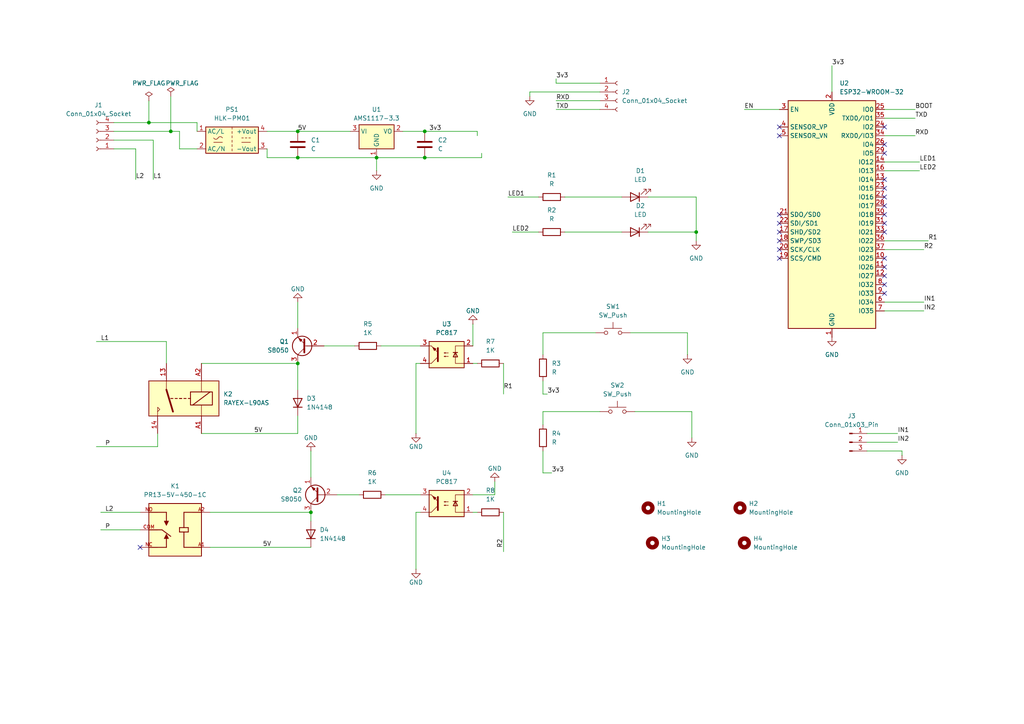
<source format=kicad_sch>
(kicad_sch
	(version 20231120)
	(generator "eeschema")
	(generator_version "8.0")
	(uuid "46241a66-6952-4116-8901-bb3c3e39705d")
	(paper "A4")
	(lib_symbols
		(symbol "Connector:Conn_01x03_Pin"
			(pin_names
				(offset 1.016) hide)
			(exclude_from_sim no)
			(in_bom yes)
			(on_board yes)
			(property "Reference" "J"
				(at 0 5.08 0)
				(effects
					(font
						(size 1.27 1.27)
					)
				)
			)
			(property "Value" "Conn_01x03_Pin"
				(at 0 -5.08 0)
				(effects
					(font
						(size 1.27 1.27)
					)
				)
			)
			(property "Footprint" ""
				(at 0 0 0)
				(effects
					(font
						(size 1.27 1.27)
					)
					(hide yes)
				)
			)
			(property "Datasheet" "~"
				(at 0 0 0)
				(effects
					(font
						(size 1.27 1.27)
					)
					(hide yes)
				)
			)
			(property "Description" "Generic connector, single row, 01x03, script generated"
				(at 0 0 0)
				(effects
					(font
						(size 1.27 1.27)
					)
					(hide yes)
				)
			)
			(property "ki_locked" ""
				(at 0 0 0)
				(effects
					(font
						(size 1.27 1.27)
					)
				)
			)
			(property "ki_keywords" "connector"
				(at 0 0 0)
				(effects
					(font
						(size 1.27 1.27)
					)
					(hide yes)
				)
			)
			(property "ki_fp_filters" "Connector*:*_1x??_*"
				(at 0 0 0)
				(effects
					(font
						(size 1.27 1.27)
					)
					(hide yes)
				)
			)
			(symbol "Conn_01x03_Pin_1_1"
				(polyline
					(pts
						(xy 1.27 -2.54) (xy 0.8636 -2.54)
					)
					(stroke
						(width 0.1524)
						(type default)
					)
					(fill
						(type none)
					)
				)
				(polyline
					(pts
						(xy 1.27 0) (xy 0.8636 0)
					)
					(stroke
						(width 0.1524)
						(type default)
					)
					(fill
						(type none)
					)
				)
				(polyline
					(pts
						(xy 1.27 2.54) (xy 0.8636 2.54)
					)
					(stroke
						(width 0.1524)
						(type default)
					)
					(fill
						(type none)
					)
				)
				(rectangle
					(start 0.8636 -2.413)
					(end 0 -2.667)
					(stroke
						(width 0.1524)
						(type default)
					)
					(fill
						(type outline)
					)
				)
				(rectangle
					(start 0.8636 0.127)
					(end 0 -0.127)
					(stroke
						(width 0.1524)
						(type default)
					)
					(fill
						(type outline)
					)
				)
				(rectangle
					(start 0.8636 2.667)
					(end 0 2.413)
					(stroke
						(width 0.1524)
						(type default)
					)
					(fill
						(type outline)
					)
				)
				(pin passive line
					(at 5.08 2.54 180)
					(length 3.81)
					(name "Pin_1"
						(effects
							(font
								(size 1.27 1.27)
							)
						)
					)
					(number "1"
						(effects
							(font
								(size 1.27 1.27)
							)
						)
					)
				)
				(pin passive line
					(at 5.08 0 180)
					(length 3.81)
					(name "Pin_2"
						(effects
							(font
								(size 1.27 1.27)
							)
						)
					)
					(number "2"
						(effects
							(font
								(size 1.27 1.27)
							)
						)
					)
				)
				(pin passive line
					(at 5.08 -2.54 180)
					(length 3.81)
					(name "Pin_3"
						(effects
							(font
								(size 1.27 1.27)
							)
						)
					)
					(number "3"
						(effects
							(font
								(size 1.27 1.27)
							)
						)
					)
				)
			)
		)
		(symbol "Connector:Conn_01x04_Socket"
			(pin_names
				(offset 1.016) hide)
			(exclude_from_sim no)
			(in_bom yes)
			(on_board yes)
			(property "Reference" "J"
				(at 0 5.08 0)
				(effects
					(font
						(size 1.27 1.27)
					)
				)
			)
			(property "Value" "Conn_01x04_Socket"
				(at 0 -7.62 0)
				(effects
					(font
						(size 1.27 1.27)
					)
				)
			)
			(property "Footprint" ""
				(at 0 0 0)
				(effects
					(font
						(size 1.27 1.27)
					)
					(hide yes)
				)
			)
			(property "Datasheet" "~"
				(at 0 0 0)
				(effects
					(font
						(size 1.27 1.27)
					)
					(hide yes)
				)
			)
			(property "Description" "Generic connector, single row, 01x04, script generated"
				(at 0 0 0)
				(effects
					(font
						(size 1.27 1.27)
					)
					(hide yes)
				)
			)
			(property "ki_locked" ""
				(at 0 0 0)
				(effects
					(font
						(size 1.27 1.27)
					)
				)
			)
			(property "ki_keywords" "connector"
				(at 0 0 0)
				(effects
					(font
						(size 1.27 1.27)
					)
					(hide yes)
				)
			)
			(property "ki_fp_filters" "Connector*:*_1x??_*"
				(at 0 0 0)
				(effects
					(font
						(size 1.27 1.27)
					)
					(hide yes)
				)
			)
			(symbol "Conn_01x04_Socket_1_1"
				(arc
					(start 0 -4.572)
					(mid -0.5058 -5.08)
					(end 0 -5.588)
					(stroke
						(width 0.1524)
						(type default)
					)
					(fill
						(type none)
					)
				)
				(arc
					(start 0 -2.032)
					(mid -0.5058 -2.54)
					(end 0 -3.048)
					(stroke
						(width 0.1524)
						(type default)
					)
					(fill
						(type none)
					)
				)
				(polyline
					(pts
						(xy -1.27 -5.08) (xy -0.508 -5.08)
					)
					(stroke
						(width 0.1524)
						(type default)
					)
					(fill
						(type none)
					)
				)
				(polyline
					(pts
						(xy -1.27 -2.54) (xy -0.508 -2.54)
					)
					(stroke
						(width 0.1524)
						(type default)
					)
					(fill
						(type none)
					)
				)
				(polyline
					(pts
						(xy -1.27 0) (xy -0.508 0)
					)
					(stroke
						(width 0.1524)
						(type default)
					)
					(fill
						(type none)
					)
				)
				(polyline
					(pts
						(xy -1.27 2.54) (xy -0.508 2.54)
					)
					(stroke
						(width 0.1524)
						(type default)
					)
					(fill
						(type none)
					)
				)
				(arc
					(start 0 0.508)
					(mid -0.5058 0)
					(end 0 -0.508)
					(stroke
						(width 0.1524)
						(type default)
					)
					(fill
						(type none)
					)
				)
				(arc
					(start 0 3.048)
					(mid -0.5058 2.54)
					(end 0 2.032)
					(stroke
						(width 0.1524)
						(type default)
					)
					(fill
						(type none)
					)
				)
				(pin passive line
					(at -5.08 2.54 0)
					(length 3.81)
					(name "Pin_1"
						(effects
							(font
								(size 1.27 1.27)
							)
						)
					)
					(number "1"
						(effects
							(font
								(size 1.27 1.27)
							)
						)
					)
				)
				(pin passive line
					(at -5.08 0 0)
					(length 3.81)
					(name "Pin_2"
						(effects
							(font
								(size 1.27 1.27)
							)
						)
					)
					(number "2"
						(effects
							(font
								(size 1.27 1.27)
							)
						)
					)
				)
				(pin passive line
					(at -5.08 -2.54 0)
					(length 3.81)
					(name "Pin_3"
						(effects
							(font
								(size 1.27 1.27)
							)
						)
					)
					(number "3"
						(effects
							(font
								(size 1.27 1.27)
							)
						)
					)
				)
				(pin passive line
					(at -5.08 -5.08 0)
					(length 3.81)
					(name "Pin_4"
						(effects
							(font
								(size 1.27 1.27)
							)
						)
					)
					(number "4"
						(effects
							(font
								(size 1.27 1.27)
							)
						)
					)
				)
			)
		)
		(symbol "Converter_ACDC:HLK-PM01"
			(exclude_from_sim no)
			(in_bom yes)
			(on_board yes)
			(property "Reference" "PS"
				(at 0 5.08 0)
				(effects
					(font
						(size 1.27 1.27)
					)
				)
			)
			(property "Value" "HLK-PM01"
				(at 0 -5.08 0)
				(effects
					(font
						(size 1.27 1.27)
					)
				)
			)
			(property "Footprint" "Converter_ACDC:Converter_ACDC_Hi-Link_HLK-PMxx"
				(at 0 -7.62 0)
				(effects
					(font
						(size 1.27 1.27)
					)
					(hide yes)
				)
			)
			(property "Datasheet" "https://h.hlktech.com/download/ACDC%E7%94%B5%E6%BA%90%E6%A8%A1%E5%9D%973W%E7%B3%BB%E5%88%97/1/%E6%B5%B7%E5%87%8C%E7%A7%913W%E7%B3%BB%E5%88%97%E7%94%B5%E6%BA%90%E6%A8%A1%E5%9D%97%E8%A7%84%E6%A0%BC%E4%B9%A6V2.8.pdf"
				(at 10.16 -8.89 0)
				(effects
					(font
						(size 1.27 1.27)
					)
					(hide yes)
				)
			)
			(property "Description" "Compact AC/DC board mount power module 3W 5V"
				(at 0 0 0)
				(effects
					(font
						(size 1.27 1.27)
					)
					(hide yes)
				)
			)
			(property "ki_keywords" "AC/DC module power supply"
				(at 0 0 0)
				(effects
					(font
						(size 1.27 1.27)
					)
					(hide yes)
				)
			)
			(property "ki_fp_filters" "Converter*ACDC*Hi?Link*HLK?PM*"
				(at 0 0 0)
				(effects
					(font
						(size 1.27 1.27)
					)
					(hide yes)
				)
			)
			(symbol "HLK-PM01_0_1"
				(rectangle
					(start -7.62 3.81)
					(end 7.62 -3.81)
					(stroke
						(width 0.254)
						(type default)
					)
					(fill
						(type background)
					)
				)
				(arc
					(start -5.334 0.635)
					(mid -4.699 0.2495)
					(end -4.064 0.635)
					(stroke
						(width 0)
						(type default)
					)
					(fill
						(type none)
					)
				)
				(arc
					(start -2.794 0.635)
					(mid -3.429 1.0072)
					(end -4.064 0.635)
					(stroke
						(width 0)
						(type default)
					)
					(fill
						(type none)
					)
				)
				(polyline
					(pts
						(xy -5.334 -0.635) (xy -2.794 -0.635)
					)
					(stroke
						(width 0)
						(type default)
					)
					(fill
						(type none)
					)
				)
				(polyline
					(pts
						(xy 0 -2.54) (xy 0 -3.175)
					)
					(stroke
						(width 0)
						(type default)
					)
					(fill
						(type none)
					)
				)
				(polyline
					(pts
						(xy 0 -1.27) (xy 0 -1.905)
					)
					(stroke
						(width 0)
						(type default)
					)
					(fill
						(type none)
					)
				)
				(polyline
					(pts
						(xy 0 0) (xy 0 -0.635)
					)
					(stroke
						(width 0)
						(type default)
					)
					(fill
						(type none)
					)
				)
				(polyline
					(pts
						(xy 0 1.27) (xy 0 0.635)
					)
					(stroke
						(width 0)
						(type default)
					)
					(fill
						(type none)
					)
				)
				(polyline
					(pts
						(xy 0 2.54) (xy 0 1.905)
					)
					(stroke
						(width 0)
						(type default)
					)
					(fill
						(type none)
					)
				)
				(polyline
					(pts
						(xy 0 3.81) (xy 0 3.175)
					)
					(stroke
						(width 0)
						(type default)
					)
					(fill
						(type none)
					)
				)
				(polyline
					(pts
						(xy 2.794 -0.635) (xy 5.334 -0.635)
					)
					(stroke
						(width 0)
						(type default)
					)
					(fill
						(type none)
					)
				)
				(polyline
					(pts
						(xy 2.794 0.635) (xy 3.302 0.635)
					)
					(stroke
						(width 0)
						(type default)
					)
					(fill
						(type none)
					)
				)
				(polyline
					(pts
						(xy 3.81 0.635) (xy 4.318 0.635)
					)
					(stroke
						(width 0)
						(type default)
					)
					(fill
						(type none)
					)
				)
				(polyline
					(pts
						(xy 4.826 0.635) (xy 5.334 0.635)
					)
					(stroke
						(width 0)
						(type default)
					)
					(fill
						(type none)
					)
				)
			)
			(symbol "HLK-PM01_1_1"
				(pin power_in line
					(at -10.16 2.54 0)
					(length 2.54)
					(name "AC/L"
						(effects
							(font
								(size 1.27 1.27)
							)
						)
					)
					(number "1"
						(effects
							(font
								(size 1.27 1.27)
							)
						)
					)
				)
				(pin power_in line
					(at -10.16 -2.54 0)
					(length 2.54)
					(name "AC/N"
						(effects
							(font
								(size 1.27 1.27)
							)
						)
					)
					(number "2"
						(effects
							(font
								(size 1.27 1.27)
							)
						)
					)
				)
				(pin power_out line
					(at 10.16 -2.54 180)
					(length 2.54)
					(name "-Vout"
						(effects
							(font
								(size 1.27 1.27)
							)
						)
					)
					(number "3"
						(effects
							(font
								(size 1.27 1.27)
							)
						)
					)
				)
				(pin power_out line
					(at 10.16 2.54 180)
					(length 2.54)
					(name "+Vout"
						(effects
							(font
								(size 1.27 1.27)
							)
						)
					)
					(number "4"
						(effects
							(font
								(size 1.27 1.27)
							)
						)
					)
				)
			)
		)
		(symbol "Device:C"
			(pin_numbers hide)
			(pin_names
				(offset 0.254)
			)
			(exclude_from_sim no)
			(in_bom yes)
			(on_board yes)
			(property "Reference" "C"
				(at 0.635 2.54 0)
				(effects
					(font
						(size 1.27 1.27)
					)
					(justify left)
				)
			)
			(property "Value" "C"
				(at 0.635 -2.54 0)
				(effects
					(font
						(size 1.27 1.27)
					)
					(justify left)
				)
			)
			(property "Footprint" ""
				(at 0.9652 -3.81 0)
				(effects
					(font
						(size 1.27 1.27)
					)
					(hide yes)
				)
			)
			(property "Datasheet" "~"
				(at 0 0 0)
				(effects
					(font
						(size 1.27 1.27)
					)
					(hide yes)
				)
			)
			(property "Description" "Unpolarized capacitor"
				(at 0 0 0)
				(effects
					(font
						(size 1.27 1.27)
					)
					(hide yes)
				)
			)
			(property "ki_keywords" "cap capacitor"
				(at 0 0 0)
				(effects
					(font
						(size 1.27 1.27)
					)
					(hide yes)
				)
			)
			(property "ki_fp_filters" "C_*"
				(at 0 0 0)
				(effects
					(font
						(size 1.27 1.27)
					)
					(hide yes)
				)
			)
			(symbol "C_0_1"
				(polyline
					(pts
						(xy -2.032 -0.762) (xy 2.032 -0.762)
					)
					(stroke
						(width 0.508)
						(type default)
					)
					(fill
						(type none)
					)
				)
				(polyline
					(pts
						(xy -2.032 0.762) (xy 2.032 0.762)
					)
					(stroke
						(width 0.508)
						(type default)
					)
					(fill
						(type none)
					)
				)
			)
			(symbol "C_1_1"
				(pin passive line
					(at 0 3.81 270)
					(length 2.794)
					(name "~"
						(effects
							(font
								(size 1.27 1.27)
							)
						)
					)
					(number "1"
						(effects
							(font
								(size 1.27 1.27)
							)
						)
					)
				)
				(pin passive line
					(at 0 -3.81 90)
					(length 2.794)
					(name "~"
						(effects
							(font
								(size 1.27 1.27)
							)
						)
					)
					(number "2"
						(effects
							(font
								(size 1.27 1.27)
							)
						)
					)
				)
			)
		)
		(symbol "Device:LED"
			(pin_numbers hide)
			(pin_names
				(offset 1.016) hide)
			(exclude_from_sim no)
			(in_bom yes)
			(on_board yes)
			(property "Reference" "D"
				(at 0 2.54 0)
				(effects
					(font
						(size 1.27 1.27)
					)
				)
			)
			(property "Value" "LED"
				(at 0 -2.54 0)
				(effects
					(font
						(size 1.27 1.27)
					)
				)
			)
			(property "Footprint" ""
				(at 0 0 0)
				(effects
					(font
						(size 1.27 1.27)
					)
					(hide yes)
				)
			)
			(property "Datasheet" "~"
				(at 0 0 0)
				(effects
					(font
						(size 1.27 1.27)
					)
					(hide yes)
				)
			)
			(property "Description" "Light emitting diode"
				(at 0 0 0)
				(effects
					(font
						(size 1.27 1.27)
					)
					(hide yes)
				)
			)
			(property "ki_keywords" "LED diode"
				(at 0 0 0)
				(effects
					(font
						(size 1.27 1.27)
					)
					(hide yes)
				)
			)
			(property "ki_fp_filters" "LED* LED_SMD:* LED_THT:*"
				(at 0 0 0)
				(effects
					(font
						(size 1.27 1.27)
					)
					(hide yes)
				)
			)
			(symbol "LED_0_1"
				(polyline
					(pts
						(xy -1.27 -1.27) (xy -1.27 1.27)
					)
					(stroke
						(width 0.254)
						(type default)
					)
					(fill
						(type none)
					)
				)
				(polyline
					(pts
						(xy -1.27 0) (xy 1.27 0)
					)
					(stroke
						(width 0)
						(type default)
					)
					(fill
						(type none)
					)
				)
				(polyline
					(pts
						(xy 1.27 -1.27) (xy 1.27 1.27) (xy -1.27 0) (xy 1.27 -1.27)
					)
					(stroke
						(width 0.254)
						(type default)
					)
					(fill
						(type none)
					)
				)
				(polyline
					(pts
						(xy -3.048 -0.762) (xy -4.572 -2.286) (xy -3.81 -2.286) (xy -4.572 -2.286) (xy -4.572 -1.524)
					)
					(stroke
						(width 0)
						(type default)
					)
					(fill
						(type none)
					)
				)
				(polyline
					(pts
						(xy -1.778 -0.762) (xy -3.302 -2.286) (xy -2.54 -2.286) (xy -3.302 -2.286) (xy -3.302 -1.524)
					)
					(stroke
						(width 0)
						(type default)
					)
					(fill
						(type none)
					)
				)
			)
			(symbol "LED_1_1"
				(pin passive line
					(at -3.81 0 0)
					(length 2.54)
					(name "K"
						(effects
							(font
								(size 1.27 1.27)
							)
						)
					)
					(number "1"
						(effects
							(font
								(size 1.27 1.27)
							)
						)
					)
				)
				(pin passive line
					(at 3.81 0 180)
					(length 2.54)
					(name "A"
						(effects
							(font
								(size 1.27 1.27)
							)
						)
					)
					(number "2"
						(effects
							(font
								(size 1.27 1.27)
							)
						)
					)
				)
			)
		)
		(symbol "Device:R"
			(pin_numbers hide)
			(pin_names
				(offset 0)
			)
			(exclude_from_sim no)
			(in_bom yes)
			(on_board yes)
			(property "Reference" "R"
				(at 2.032 0 90)
				(effects
					(font
						(size 1.27 1.27)
					)
				)
			)
			(property "Value" "R"
				(at 0 0 90)
				(effects
					(font
						(size 1.27 1.27)
					)
				)
			)
			(property "Footprint" ""
				(at -1.778 0 90)
				(effects
					(font
						(size 1.27 1.27)
					)
					(hide yes)
				)
			)
			(property "Datasheet" "~"
				(at 0 0 0)
				(effects
					(font
						(size 1.27 1.27)
					)
					(hide yes)
				)
			)
			(property "Description" "Resistor"
				(at 0 0 0)
				(effects
					(font
						(size 1.27 1.27)
					)
					(hide yes)
				)
			)
			(property "ki_keywords" "R res resistor"
				(at 0 0 0)
				(effects
					(font
						(size 1.27 1.27)
					)
					(hide yes)
				)
			)
			(property "ki_fp_filters" "R_*"
				(at 0 0 0)
				(effects
					(font
						(size 1.27 1.27)
					)
					(hide yes)
				)
			)
			(symbol "R_0_1"
				(rectangle
					(start -1.016 -2.54)
					(end 1.016 2.54)
					(stroke
						(width 0.254)
						(type default)
					)
					(fill
						(type none)
					)
				)
			)
			(symbol "R_1_1"
				(pin passive line
					(at 0 3.81 270)
					(length 1.27)
					(name "~"
						(effects
							(font
								(size 1.27 1.27)
							)
						)
					)
					(number "1"
						(effects
							(font
								(size 1.27 1.27)
							)
						)
					)
				)
				(pin passive line
					(at 0 -3.81 90)
					(length 1.27)
					(name "~"
						(effects
							(font
								(size 1.27 1.27)
							)
						)
					)
					(number "2"
						(effects
							(font
								(size 1.27 1.27)
							)
						)
					)
				)
			)
		)
		(symbol "Diode:1N4148"
			(pin_numbers hide)
			(pin_names hide)
			(exclude_from_sim no)
			(in_bom yes)
			(on_board yes)
			(property "Reference" "D"
				(at 0 2.54 0)
				(effects
					(font
						(size 1.27 1.27)
					)
				)
			)
			(property "Value" "1N4148"
				(at 0 -2.54 0)
				(effects
					(font
						(size 1.27 1.27)
					)
				)
			)
			(property "Footprint" "Diode_THT:D_DO-35_SOD27_P7.62mm_Horizontal"
				(at 0 0 0)
				(effects
					(font
						(size 1.27 1.27)
					)
					(hide yes)
				)
			)
			(property "Datasheet" "https://assets.nexperia.com/documents/data-sheet/1N4148_1N4448.pdf"
				(at 0 0 0)
				(effects
					(font
						(size 1.27 1.27)
					)
					(hide yes)
				)
			)
			(property "Description" "100V 0.15A standard switching diode, DO-35"
				(at 0 0 0)
				(effects
					(font
						(size 1.27 1.27)
					)
					(hide yes)
				)
			)
			(property "Sim.Device" "D"
				(at 0 0 0)
				(effects
					(font
						(size 1.27 1.27)
					)
					(hide yes)
				)
			)
			(property "Sim.Pins" "1=K 2=A"
				(at 0 0 0)
				(effects
					(font
						(size 1.27 1.27)
					)
					(hide yes)
				)
			)
			(property "ki_keywords" "diode"
				(at 0 0 0)
				(effects
					(font
						(size 1.27 1.27)
					)
					(hide yes)
				)
			)
			(property "ki_fp_filters" "D*DO?35*"
				(at 0 0 0)
				(effects
					(font
						(size 1.27 1.27)
					)
					(hide yes)
				)
			)
			(symbol "1N4148_0_1"
				(polyline
					(pts
						(xy -1.27 1.27) (xy -1.27 -1.27)
					)
					(stroke
						(width 0.254)
						(type default)
					)
					(fill
						(type none)
					)
				)
				(polyline
					(pts
						(xy 1.27 0) (xy -1.27 0)
					)
					(stroke
						(width 0)
						(type default)
					)
					(fill
						(type none)
					)
				)
				(polyline
					(pts
						(xy 1.27 1.27) (xy 1.27 -1.27) (xy -1.27 0) (xy 1.27 1.27)
					)
					(stroke
						(width 0.254)
						(type default)
					)
					(fill
						(type none)
					)
				)
			)
			(symbol "1N4148_1_1"
				(pin passive line
					(at -3.81 0 0)
					(length 2.54)
					(name "K"
						(effects
							(font
								(size 1.27 1.27)
							)
						)
					)
					(number "1"
						(effects
							(font
								(size 1.27 1.27)
							)
						)
					)
				)
				(pin passive line
					(at 3.81 0 180)
					(length 2.54)
					(name "A"
						(effects
							(font
								(size 1.27 1.27)
							)
						)
					)
					(number "2"
						(effects
							(font
								(size 1.27 1.27)
							)
						)
					)
				)
			)
		)
		(symbol "Isolator:PC817"
			(pin_names
				(offset 1.016)
			)
			(exclude_from_sim no)
			(in_bom yes)
			(on_board yes)
			(property "Reference" "U"
				(at -5.08 5.08 0)
				(effects
					(font
						(size 1.27 1.27)
					)
					(justify left)
				)
			)
			(property "Value" "PC817"
				(at 0 5.08 0)
				(effects
					(font
						(size 1.27 1.27)
					)
					(justify left)
				)
			)
			(property "Footprint" "Package_DIP:DIP-4_W7.62mm"
				(at -5.08 -5.08 0)
				(effects
					(font
						(size 1.27 1.27)
						(italic yes)
					)
					(justify left)
					(hide yes)
				)
			)
			(property "Datasheet" "http://www.soselectronic.cz/a_info/resource/d/pc817.pdf"
				(at 0 0 0)
				(effects
					(font
						(size 1.27 1.27)
					)
					(justify left)
					(hide yes)
				)
			)
			(property "Description" "DC Optocoupler, Vce 35V, CTR 50-300%, DIP-4"
				(at 0 0 0)
				(effects
					(font
						(size 1.27 1.27)
					)
					(hide yes)
				)
			)
			(property "ki_keywords" "NPN DC Optocoupler"
				(at 0 0 0)
				(effects
					(font
						(size 1.27 1.27)
					)
					(hide yes)
				)
			)
			(property "ki_fp_filters" "DIP*W7.62mm*"
				(at 0 0 0)
				(effects
					(font
						(size 1.27 1.27)
					)
					(hide yes)
				)
			)
			(symbol "PC817_0_1"
				(rectangle
					(start -5.08 3.81)
					(end 5.08 -3.81)
					(stroke
						(width 0.254)
						(type default)
					)
					(fill
						(type background)
					)
				)
				(polyline
					(pts
						(xy -3.175 -0.635) (xy -1.905 -0.635)
					)
					(stroke
						(width 0.254)
						(type default)
					)
					(fill
						(type none)
					)
				)
				(polyline
					(pts
						(xy 2.54 0.635) (xy 4.445 2.54)
					)
					(stroke
						(width 0)
						(type default)
					)
					(fill
						(type none)
					)
				)
				(polyline
					(pts
						(xy 4.445 -2.54) (xy 2.54 -0.635)
					)
					(stroke
						(width 0)
						(type default)
					)
					(fill
						(type outline)
					)
				)
				(polyline
					(pts
						(xy 4.445 -2.54) (xy 5.08 -2.54)
					)
					(stroke
						(width 0)
						(type default)
					)
					(fill
						(type none)
					)
				)
				(polyline
					(pts
						(xy 4.445 2.54) (xy 5.08 2.54)
					)
					(stroke
						(width 0)
						(type default)
					)
					(fill
						(type none)
					)
				)
				(polyline
					(pts
						(xy -5.08 2.54) (xy -2.54 2.54) (xy -2.54 -0.635)
					)
					(stroke
						(width 0)
						(type default)
					)
					(fill
						(type none)
					)
				)
				(polyline
					(pts
						(xy -2.54 -0.635) (xy -2.54 -2.54) (xy -5.08 -2.54)
					)
					(stroke
						(width 0)
						(type default)
					)
					(fill
						(type none)
					)
				)
				(polyline
					(pts
						(xy 2.54 1.905) (xy 2.54 -1.905) (xy 2.54 -1.905)
					)
					(stroke
						(width 0.508)
						(type default)
					)
					(fill
						(type none)
					)
				)
				(polyline
					(pts
						(xy -2.54 -0.635) (xy -3.175 0.635) (xy -1.905 0.635) (xy -2.54 -0.635)
					)
					(stroke
						(width 0.254)
						(type default)
					)
					(fill
						(type none)
					)
				)
				(polyline
					(pts
						(xy -0.508 -0.508) (xy 0.762 -0.508) (xy 0.381 -0.635) (xy 0.381 -0.381) (xy 0.762 -0.508)
					)
					(stroke
						(width 0)
						(type default)
					)
					(fill
						(type none)
					)
				)
				(polyline
					(pts
						(xy -0.508 0.508) (xy 0.762 0.508) (xy 0.381 0.381) (xy 0.381 0.635) (xy 0.762 0.508)
					)
					(stroke
						(width 0)
						(type default)
					)
					(fill
						(type none)
					)
				)
				(polyline
					(pts
						(xy 3.048 -1.651) (xy 3.556 -1.143) (xy 4.064 -2.159) (xy 3.048 -1.651) (xy 3.048 -1.651)
					)
					(stroke
						(width 0)
						(type default)
					)
					(fill
						(type outline)
					)
				)
			)
			(symbol "PC817_1_1"
				(pin passive line
					(at -7.62 2.54 0)
					(length 2.54)
					(name "~"
						(effects
							(font
								(size 1.27 1.27)
							)
						)
					)
					(number "1"
						(effects
							(font
								(size 1.27 1.27)
							)
						)
					)
				)
				(pin passive line
					(at -7.62 -2.54 0)
					(length 2.54)
					(name "~"
						(effects
							(font
								(size 1.27 1.27)
							)
						)
					)
					(number "2"
						(effects
							(font
								(size 1.27 1.27)
							)
						)
					)
				)
				(pin passive line
					(at 7.62 -2.54 180)
					(length 2.54)
					(name "~"
						(effects
							(font
								(size 1.27 1.27)
							)
						)
					)
					(number "3"
						(effects
							(font
								(size 1.27 1.27)
							)
						)
					)
				)
				(pin passive line
					(at 7.62 2.54 180)
					(length 2.54)
					(name "~"
						(effects
							(font
								(size 1.27 1.27)
							)
						)
					)
					(number "4"
						(effects
							(font
								(size 1.27 1.27)
							)
						)
					)
				)
			)
		)
		(symbol "Mechanical:MountingHole"
			(pin_names
				(offset 1.016)
			)
			(exclude_from_sim yes)
			(in_bom no)
			(on_board yes)
			(property "Reference" "H"
				(at 0 5.08 0)
				(effects
					(font
						(size 1.27 1.27)
					)
				)
			)
			(property "Value" "MountingHole"
				(at 0 3.175 0)
				(effects
					(font
						(size 1.27 1.27)
					)
				)
			)
			(property "Footprint" ""
				(at 0 0 0)
				(effects
					(font
						(size 1.27 1.27)
					)
					(hide yes)
				)
			)
			(property "Datasheet" "~"
				(at 0 0 0)
				(effects
					(font
						(size 1.27 1.27)
					)
					(hide yes)
				)
			)
			(property "Description" "Mounting Hole without connection"
				(at 0 0 0)
				(effects
					(font
						(size 1.27 1.27)
					)
					(hide yes)
				)
			)
			(property "ki_keywords" "mounting hole"
				(at 0 0 0)
				(effects
					(font
						(size 1.27 1.27)
					)
					(hide yes)
				)
			)
			(property "ki_fp_filters" "MountingHole*"
				(at 0 0 0)
				(effects
					(font
						(size 1.27 1.27)
					)
					(hide yes)
				)
			)
			(symbol "MountingHole_0_1"
				(circle
					(center 0 0)
					(radius 1.27)
					(stroke
						(width 1.27)
						(type default)
					)
					(fill
						(type none)
					)
				)
			)
		)
		(symbol "PR13-5V-450-1C:PR13-5V-450-1C"
			(pin_names
				(offset 1.016)
			)
			(exclude_from_sim no)
			(in_bom yes)
			(on_board yes)
			(property "Reference" "K"
				(at -7.62 8.89 0)
				(effects
					(font
						(size 1.27 1.27)
					)
					(justify left bottom)
				)
			)
			(property "Value" "PR13-5V-450-1C"
				(at -7.62 -10.16 0)
				(effects
					(font
						(size 1.27 1.27)
					)
					(justify left bottom)
				)
			)
			(property "Footprint" "PR13-5V-450-1C:RELAY_PR13-5V-450-1C"
				(at 0 0 0)
				(effects
					(font
						(size 1.27 1.27)
					)
					(justify bottom)
					(hide yes)
				)
			)
			(property "Datasheet" ""
				(at 0 0 0)
				(effects
					(font
						(size 1.27 1.27)
					)
					(hide yes)
				)
			)
			(property "Description" ""
				(at 0 0 0)
				(effects
					(font
						(size 1.27 1.27)
					)
					(hide yes)
				)
			)
			(property "MF" "Same Sky"
				(at 0 0 0)
				(effects
					(font
						(size 1.27 1.27)
					)
					(justify bottom)
					(hide yes)
				)
			)
			(property "MAXIMUM_PACKAGE_HEIGHT" "16.1mm"
				(at 0 0 0)
				(effects
					(font
						(size 1.27 1.27)
					)
					(justify bottom)
					(hide yes)
				)
			)
			(property "Package" "None"
				(at 0 0 0)
				(effects
					(font
						(size 1.27 1.27)
					)
					(justify bottom)
					(hide yes)
				)
			)
			(property "Price" "None"
				(at 0 0 0)
				(effects
					(font
						(size 1.27 1.27)
					)
					(justify bottom)
					(hide yes)
				)
			)
			(property "Check_prices" "https://www.snapeda.com/parts/PR13-5V-450-1C/Same+Sky/view-part/?ref=eda"
				(at 0 0 0)
				(effects
					(font
						(size 1.27 1.27)
					)
					(justify bottom)
					(hide yes)
				)
			)
			(property "STANDARD" "Manufacturer Recommendations"
				(at 0 0 0)
				(effects
					(font
						(size 1.27 1.27)
					)
					(justify bottom)
					(hide yes)
				)
			)
			(property "PARTREV" "1.0"
				(at 0 0 0)
				(effects
					(font
						(size 1.27 1.27)
					)
					(justify bottom)
					(hide yes)
				)
			)
			(property "SnapEDA_Link" "https://www.snapeda.com/parts/PR13-5V-450-1C/Same+Sky/view-part/?ref=snap"
				(at 0 0 0)
				(effects
					(font
						(size 1.27 1.27)
					)
					(justify bottom)
					(hide yes)
				)
			)
			(property "MP" "PR13-5V-450-1C"
				(at 0 0 0)
				(effects
					(font
						(size 1.27 1.27)
					)
					(justify bottom)
					(hide yes)
				)
			)
			(property "Description_1" "\n19 x 15.5 x 15.8 mm, 5 V, 10 A, SPDT (1 Form C), Power Relay\n"
				(at 0 0 0)
				(effects
					(font
						(size 1.27 1.27)
					)
					(justify bottom)
					(hide yes)
				)
			)
			(property "SNAPEDA_PN" "PR12-5V-360-1C"
				(at 0 0 0)
				(effects
					(font
						(size 1.27 1.27)
					)
					(justify bottom)
					(hide yes)
				)
			)
			(property "Availability" "In Stock"
				(at 0 0 0)
				(effects
					(font
						(size 1.27 1.27)
					)
					(justify bottom)
					(hide yes)
				)
			)
			(property "MANUFACTURER" "CUI devices"
				(at 0 0 0)
				(effects
					(font
						(size 1.27 1.27)
					)
					(justify bottom)
					(hide yes)
				)
			)
			(symbol "PR13-5V-450-1C_0_0"
				(rectangle
					(start -7.62 -7.62)
					(end 7.62 7.62)
					(stroke
						(width 0.254)
						(type default)
					)
					(fill
						(type background)
					)
				)
				(polyline
					(pts
						(xy -7.62 -5.08) (xy -2.54 -5.08)
					)
					(stroke
						(width 0.254)
						(type default)
					)
					(fill
						(type none)
					)
				)
				(polyline
					(pts
						(xy -7.62 5.08) (xy -2.54 5.08)
					)
					(stroke
						(width 0.254)
						(type default)
					)
					(fill
						(type none)
					)
				)
				(polyline
					(pts
						(xy -3.81 -0.635) (xy -3.81 0.635)
					)
					(stroke
						(width 0.254)
						(type default)
					)
					(fill
						(type none)
					)
				)
				(polyline
					(pts
						(xy -3.81 0.635) (xy -2.54 0.635)
					)
					(stroke
						(width 0.254)
						(type default)
					)
					(fill
						(type none)
					)
				)
				(polyline
					(pts
						(xy -2.54 -0.635) (xy -3.81 -0.635)
					)
					(stroke
						(width 0.254)
						(type default)
					)
					(fill
						(type none)
					)
				)
				(polyline
					(pts
						(xy -2.54 -0.635) (xy -2.54 -5.08)
					)
					(stroke
						(width 0.254)
						(type default)
					)
					(fill
						(type none)
					)
				)
				(polyline
					(pts
						(xy -2.54 0.635) (xy -1.27 0.635)
					)
					(stroke
						(width 0.254)
						(type default)
					)
					(fill
						(type none)
					)
				)
				(polyline
					(pts
						(xy -2.54 5.08) (xy -2.54 0.635)
					)
					(stroke
						(width 0.254)
						(type default)
					)
					(fill
						(type none)
					)
				)
				(polyline
					(pts
						(xy -1.27 -0.635) (xy -2.54 -0.635)
					)
					(stroke
						(width 0.254)
						(type default)
					)
					(fill
						(type none)
					)
				)
				(polyline
					(pts
						(xy -1.27 0.635) (xy -1.27 -0.635)
					)
					(stroke
						(width 0.254)
						(type default)
					)
					(fill
						(type none)
					)
				)
				(polyline
					(pts
						(xy 2.54 -5.08) (xy 2.54 -2.54)
					)
					(stroke
						(width 0.254)
						(type default)
					)
					(fill
						(type none)
					)
				)
				(polyline
					(pts
						(xy 2.54 5.08) (xy 2.54 2.54)
					)
					(stroke
						(width 0.254)
						(type default)
					)
					(fill
						(type none)
					)
				)
				(polyline
					(pts
						(xy 2.54 5.08) (xy 7.62 5.08)
					)
					(stroke
						(width 0.254)
						(type default)
					)
					(fill
						(type none)
					)
				)
				(polyline
					(pts
						(xy 3.81 0) (xy 1.27 1.905)
					)
					(stroke
						(width 0.254)
						(type default)
					)
					(fill
						(type none)
					)
				)
				(polyline
					(pts
						(xy 7.62 -5.08) (xy 2.54 -5.08)
					)
					(stroke
						(width 0.254)
						(type default)
					)
					(fill
						(type none)
					)
				)
				(polyline
					(pts
						(xy 7.62 0) (xy 3.81 0)
					)
					(stroke
						(width 0.254)
						(type default)
					)
					(fill
						(type none)
					)
				)
				(polyline
					(pts
						(xy 1.905 -2.54) (xy 3.175 -2.54) (xy 2.54 -1.27) (xy 1.905 -2.54)
					)
					(stroke
						(width 0.1524)
						(type default)
					)
					(fill
						(type outline)
					)
				)
				(polyline
					(pts
						(xy 3.175 2.54) (xy 1.905 2.54) (xy 2.54 1.27) (xy 3.175 2.54)
					)
					(stroke
						(width 0.1524)
						(type default)
					)
					(fill
						(type outline)
					)
				)
				(pin passive line
					(at -10.16 5.08 0)
					(length 5.08)
					(name "~"
						(effects
							(font
								(size 1.016 1.016)
							)
						)
					)
					(number "A1"
						(effects
							(font
								(size 1.016 1.016)
							)
						)
					)
				)
				(pin passive line
					(at -10.16 -5.08 0)
					(length 5.08)
					(name "~"
						(effects
							(font
								(size 1.016 1.016)
							)
						)
					)
					(number "A2"
						(effects
							(font
								(size 1.016 1.016)
							)
						)
					)
				)
				(pin passive line
					(at 10.16 0 180)
					(length 5.08)
					(name "~"
						(effects
							(font
								(size 1.016 1.016)
							)
						)
					)
					(number "COM"
						(effects
							(font
								(size 1.016 1.016)
							)
						)
					)
				)
				(pin passive line
					(at 10.16 5.08 180)
					(length 5.08)
					(name "~"
						(effects
							(font
								(size 1.016 1.016)
							)
						)
					)
					(number "NC"
						(effects
							(font
								(size 1.016 1.016)
							)
						)
					)
				)
				(pin passive line
					(at 10.16 -5.08 180)
					(length 5.08)
					(name "~"
						(effects
							(font
								(size 1.016 1.016)
							)
						)
					)
					(number "NO"
						(effects
							(font
								(size 1.016 1.016)
							)
						)
					)
				)
			)
		)
		(symbol "RF_Module:ESP32-WROOM-32"
			(exclude_from_sim no)
			(in_bom yes)
			(on_board yes)
			(property "Reference" "U"
				(at -12.7 34.29 0)
				(effects
					(font
						(size 1.27 1.27)
					)
					(justify left)
				)
			)
			(property "Value" "ESP32-WROOM-32"
				(at 1.27 34.29 0)
				(effects
					(font
						(size 1.27 1.27)
					)
					(justify left)
				)
			)
			(property "Footprint" "RF_Module:ESP32-WROOM-32"
				(at 0 -38.1 0)
				(effects
					(font
						(size 1.27 1.27)
					)
					(hide yes)
				)
			)
			(property "Datasheet" "https://www.espressif.com/sites/default/files/documentation/esp32-wroom-32_datasheet_en.pdf"
				(at -7.62 1.27 0)
				(effects
					(font
						(size 1.27 1.27)
					)
					(hide yes)
				)
			)
			(property "Description" "RF Module, ESP32-D0WDQ6 SoC, Wi-Fi 802.11b/g/n, Bluetooth, BLE, 32-bit, 2.7-3.6V, onboard antenna, SMD"
				(at 0 0 0)
				(effects
					(font
						(size 1.27 1.27)
					)
					(hide yes)
				)
			)
			(property "ki_keywords" "RF Radio BT ESP ESP32 Espressif onboard PCB antenna"
				(at 0 0 0)
				(effects
					(font
						(size 1.27 1.27)
					)
					(hide yes)
				)
			)
			(property "ki_fp_filters" "ESP32?WROOM?32*"
				(at 0 0 0)
				(effects
					(font
						(size 1.27 1.27)
					)
					(hide yes)
				)
			)
			(symbol "ESP32-WROOM-32_0_1"
				(rectangle
					(start -12.7 33.02)
					(end 12.7 -33.02)
					(stroke
						(width 0.254)
						(type default)
					)
					(fill
						(type background)
					)
				)
			)
			(symbol "ESP32-WROOM-32_1_1"
				(pin power_in line
					(at 0 -35.56 90)
					(length 2.54)
					(name "GND"
						(effects
							(font
								(size 1.27 1.27)
							)
						)
					)
					(number "1"
						(effects
							(font
								(size 1.27 1.27)
							)
						)
					)
				)
				(pin bidirectional line
					(at 15.24 -12.7 180)
					(length 2.54)
					(name "IO25"
						(effects
							(font
								(size 1.27 1.27)
							)
						)
					)
					(number "10"
						(effects
							(font
								(size 1.27 1.27)
							)
						)
					)
				)
				(pin bidirectional line
					(at 15.24 -15.24 180)
					(length 2.54)
					(name "IO26"
						(effects
							(font
								(size 1.27 1.27)
							)
						)
					)
					(number "11"
						(effects
							(font
								(size 1.27 1.27)
							)
						)
					)
				)
				(pin bidirectional line
					(at 15.24 -17.78 180)
					(length 2.54)
					(name "IO27"
						(effects
							(font
								(size 1.27 1.27)
							)
						)
					)
					(number "12"
						(effects
							(font
								(size 1.27 1.27)
							)
						)
					)
				)
				(pin bidirectional line
					(at 15.24 10.16 180)
					(length 2.54)
					(name "IO14"
						(effects
							(font
								(size 1.27 1.27)
							)
						)
					)
					(number "13"
						(effects
							(font
								(size 1.27 1.27)
							)
						)
					)
				)
				(pin bidirectional line
					(at 15.24 15.24 180)
					(length 2.54)
					(name "IO12"
						(effects
							(font
								(size 1.27 1.27)
							)
						)
					)
					(number "14"
						(effects
							(font
								(size 1.27 1.27)
							)
						)
					)
				)
				(pin passive line
					(at 0 -35.56 90)
					(length 2.54) hide
					(name "GND"
						(effects
							(font
								(size 1.27 1.27)
							)
						)
					)
					(number "15"
						(effects
							(font
								(size 1.27 1.27)
							)
						)
					)
				)
				(pin bidirectional line
					(at 15.24 12.7 180)
					(length 2.54)
					(name "IO13"
						(effects
							(font
								(size 1.27 1.27)
							)
						)
					)
					(number "16"
						(effects
							(font
								(size 1.27 1.27)
							)
						)
					)
				)
				(pin bidirectional line
					(at -15.24 -5.08 0)
					(length 2.54)
					(name "SHD/SD2"
						(effects
							(font
								(size 1.27 1.27)
							)
						)
					)
					(number "17"
						(effects
							(font
								(size 1.27 1.27)
							)
						)
					)
				)
				(pin bidirectional line
					(at -15.24 -7.62 0)
					(length 2.54)
					(name "SWP/SD3"
						(effects
							(font
								(size 1.27 1.27)
							)
						)
					)
					(number "18"
						(effects
							(font
								(size 1.27 1.27)
							)
						)
					)
				)
				(pin bidirectional line
					(at -15.24 -12.7 0)
					(length 2.54)
					(name "SCS/CMD"
						(effects
							(font
								(size 1.27 1.27)
							)
						)
					)
					(number "19"
						(effects
							(font
								(size 1.27 1.27)
							)
						)
					)
				)
				(pin power_in line
					(at 0 35.56 270)
					(length 2.54)
					(name "VDD"
						(effects
							(font
								(size 1.27 1.27)
							)
						)
					)
					(number "2"
						(effects
							(font
								(size 1.27 1.27)
							)
						)
					)
				)
				(pin bidirectional line
					(at -15.24 -10.16 0)
					(length 2.54)
					(name "SCK/CLK"
						(effects
							(font
								(size 1.27 1.27)
							)
						)
					)
					(number "20"
						(effects
							(font
								(size 1.27 1.27)
							)
						)
					)
				)
				(pin bidirectional line
					(at -15.24 0 0)
					(length 2.54)
					(name "SDO/SD0"
						(effects
							(font
								(size 1.27 1.27)
							)
						)
					)
					(number "21"
						(effects
							(font
								(size 1.27 1.27)
							)
						)
					)
				)
				(pin bidirectional line
					(at -15.24 -2.54 0)
					(length 2.54)
					(name "SDI/SD1"
						(effects
							(font
								(size 1.27 1.27)
							)
						)
					)
					(number "22"
						(effects
							(font
								(size 1.27 1.27)
							)
						)
					)
				)
				(pin bidirectional line
					(at 15.24 7.62 180)
					(length 2.54)
					(name "IO15"
						(effects
							(font
								(size 1.27 1.27)
							)
						)
					)
					(number "23"
						(effects
							(font
								(size 1.27 1.27)
							)
						)
					)
				)
				(pin bidirectional line
					(at 15.24 25.4 180)
					(length 2.54)
					(name "IO2"
						(effects
							(font
								(size 1.27 1.27)
							)
						)
					)
					(number "24"
						(effects
							(font
								(size 1.27 1.27)
							)
						)
					)
				)
				(pin bidirectional line
					(at 15.24 30.48 180)
					(length 2.54)
					(name "IO0"
						(effects
							(font
								(size 1.27 1.27)
							)
						)
					)
					(number "25"
						(effects
							(font
								(size 1.27 1.27)
							)
						)
					)
				)
				(pin bidirectional line
					(at 15.24 20.32 180)
					(length 2.54)
					(name "IO4"
						(effects
							(font
								(size 1.27 1.27)
							)
						)
					)
					(number "26"
						(effects
							(font
								(size 1.27 1.27)
							)
						)
					)
				)
				(pin bidirectional line
					(at 15.24 5.08 180)
					(length 2.54)
					(name "IO16"
						(effects
							(font
								(size 1.27 1.27)
							)
						)
					)
					(number "27"
						(effects
							(font
								(size 1.27 1.27)
							)
						)
					)
				)
				(pin bidirectional line
					(at 15.24 2.54 180)
					(length 2.54)
					(name "IO17"
						(effects
							(font
								(size 1.27 1.27)
							)
						)
					)
					(number "28"
						(effects
							(font
								(size 1.27 1.27)
							)
						)
					)
				)
				(pin bidirectional line
					(at 15.24 17.78 180)
					(length 2.54)
					(name "IO5"
						(effects
							(font
								(size 1.27 1.27)
							)
						)
					)
					(number "29"
						(effects
							(font
								(size 1.27 1.27)
							)
						)
					)
				)
				(pin input line
					(at -15.24 30.48 0)
					(length 2.54)
					(name "EN"
						(effects
							(font
								(size 1.27 1.27)
							)
						)
					)
					(number "3"
						(effects
							(font
								(size 1.27 1.27)
							)
						)
					)
				)
				(pin bidirectional line
					(at 15.24 0 180)
					(length 2.54)
					(name "IO18"
						(effects
							(font
								(size 1.27 1.27)
							)
						)
					)
					(number "30"
						(effects
							(font
								(size 1.27 1.27)
							)
						)
					)
				)
				(pin bidirectional line
					(at 15.24 -2.54 180)
					(length 2.54)
					(name "IO19"
						(effects
							(font
								(size 1.27 1.27)
							)
						)
					)
					(number "31"
						(effects
							(font
								(size 1.27 1.27)
							)
						)
					)
				)
				(pin no_connect line
					(at -12.7 -27.94 0)
					(length 2.54) hide
					(name "NC"
						(effects
							(font
								(size 1.27 1.27)
							)
						)
					)
					(number "32"
						(effects
							(font
								(size 1.27 1.27)
							)
						)
					)
				)
				(pin bidirectional line
					(at 15.24 -5.08 180)
					(length 2.54)
					(name "IO21"
						(effects
							(font
								(size 1.27 1.27)
							)
						)
					)
					(number "33"
						(effects
							(font
								(size 1.27 1.27)
							)
						)
					)
				)
				(pin bidirectional line
					(at 15.24 22.86 180)
					(length 2.54)
					(name "RXD0/IO3"
						(effects
							(font
								(size 1.27 1.27)
							)
						)
					)
					(number "34"
						(effects
							(font
								(size 1.27 1.27)
							)
						)
					)
				)
				(pin bidirectional line
					(at 15.24 27.94 180)
					(length 2.54)
					(name "TXD0/IO1"
						(effects
							(font
								(size 1.27 1.27)
							)
						)
					)
					(number "35"
						(effects
							(font
								(size 1.27 1.27)
							)
						)
					)
				)
				(pin bidirectional line
					(at 15.24 -7.62 180)
					(length 2.54)
					(name "IO22"
						(effects
							(font
								(size 1.27 1.27)
							)
						)
					)
					(number "36"
						(effects
							(font
								(size 1.27 1.27)
							)
						)
					)
				)
				(pin bidirectional line
					(at 15.24 -10.16 180)
					(length 2.54)
					(name "IO23"
						(effects
							(font
								(size 1.27 1.27)
							)
						)
					)
					(number "37"
						(effects
							(font
								(size 1.27 1.27)
							)
						)
					)
				)
				(pin passive line
					(at 0 -35.56 90)
					(length 2.54) hide
					(name "GND"
						(effects
							(font
								(size 1.27 1.27)
							)
						)
					)
					(number "38"
						(effects
							(font
								(size 1.27 1.27)
							)
						)
					)
				)
				(pin passive line
					(at 0 -35.56 90)
					(length 2.54) hide
					(name "GND"
						(effects
							(font
								(size 1.27 1.27)
							)
						)
					)
					(number "39"
						(effects
							(font
								(size 1.27 1.27)
							)
						)
					)
				)
				(pin input line
					(at -15.24 25.4 0)
					(length 2.54)
					(name "SENSOR_VP"
						(effects
							(font
								(size 1.27 1.27)
							)
						)
					)
					(number "4"
						(effects
							(font
								(size 1.27 1.27)
							)
						)
					)
				)
				(pin input line
					(at -15.24 22.86 0)
					(length 2.54)
					(name "SENSOR_VN"
						(effects
							(font
								(size 1.27 1.27)
							)
						)
					)
					(number "5"
						(effects
							(font
								(size 1.27 1.27)
							)
						)
					)
				)
				(pin input line
					(at 15.24 -25.4 180)
					(length 2.54)
					(name "IO34"
						(effects
							(font
								(size 1.27 1.27)
							)
						)
					)
					(number "6"
						(effects
							(font
								(size 1.27 1.27)
							)
						)
					)
				)
				(pin input line
					(at 15.24 -27.94 180)
					(length 2.54)
					(name "IO35"
						(effects
							(font
								(size 1.27 1.27)
							)
						)
					)
					(number "7"
						(effects
							(font
								(size 1.27 1.27)
							)
						)
					)
				)
				(pin bidirectional line
					(at 15.24 -20.32 180)
					(length 2.54)
					(name "IO32"
						(effects
							(font
								(size 1.27 1.27)
							)
						)
					)
					(number "8"
						(effects
							(font
								(size 1.27 1.27)
							)
						)
					)
				)
				(pin bidirectional line
					(at 15.24 -22.86 180)
					(length 2.54)
					(name "IO33"
						(effects
							(font
								(size 1.27 1.27)
							)
						)
					)
					(number "9"
						(effects
							(font
								(size 1.27 1.27)
							)
						)
					)
				)
			)
		)
		(symbol "Regulator_Linear:AMS1117-3.3"
			(exclude_from_sim no)
			(in_bom yes)
			(on_board yes)
			(property "Reference" "U"
				(at -3.81 3.175 0)
				(effects
					(font
						(size 1.27 1.27)
					)
				)
			)
			(property "Value" "AMS1117-3.3"
				(at 0 3.175 0)
				(effects
					(font
						(size 1.27 1.27)
					)
					(justify left)
				)
			)
			(property "Footprint" "Package_TO_SOT_SMD:SOT-223-3_TabPin2"
				(at 0 5.08 0)
				(effects
					(font
						(size 1.27 1.27)
					)
					(hide yes)
				)
			)
			(property "Datasheet" "http://www.advanced-monolithic.com/pdf/ds1117.pdf"
				(at 2.54 -6.35 0)
				(effects
					(font
						(size 1.27 1.27)
					)
					(hide yes)
				)
			)
			(property "Description" "1A Low Dropout regulator, positive, 3.3V fixed output, SOT-223"
				(at 0 0 0)
				(effects
					(font
						(size 1.27 1.27)
					)
					(hide yes)
				)
			)
			(property "ki_keywords" "linear regulator ldo fixed positive"
				(at 0 0 0)
				(effects
					(font
						(size 1.27 1.27)
					)
					(hide yes)
				)
			)
			(property "ki_fp_filters" "SOT?223*TabPin2*"
				(at 0 0 0)
				(effects
					(font
						(size 1.27 1.27)
					)
					(hide yes)
				)
			)
			(symbol "AMS1117-3.3_0_1"
				(rectangle
					(start -5.08 -5.08)
					(end 5.08 1.905)
					(stroke
						(width 0.254)
						(type default)
					)
					(fill
						(type background)
					)
				)
			)
			(symbol "AMS1117-3.3_1_1"
				(pin power_in line
					(at 0 -7.62 90)
					(length 2.54)
					(name "GND"
						(effects
							(font
								(size 1.27 1.27)
							)
						)
					)
					(number "1"
						(effects
							(font
								(size 1.27 1.27)
							)
						)
					)
				)
				(pin power_out line
					(at 7.62 0 180)
					(length 2.54)
					(name "VO"
						(effects
							(font
								(size 1.27 1.27)
							)
						)
					)
					(number "2"
						(effects
							(font
								(size 1.27 1.27)
							)
						)
					)
				)
				(pin power_in line
					(at -7.62 0 0)
					(length 2.54)
					(name "VI"
						(effects
							(font
								(size 1.27 1.27)
							)
						)
					)
					(number "3"
						(effects
							(font
								(size 1.27 1.27)
							)
						)
					)
				)
			)
		)
		(symbol "Relay:RAYEX-L90AS"
			(exclude_from_sim no)
			(in_bom yes)
			(on_board yes)
			(property "Reference" "K"
				(at 11.43 3.81 0)
				(effects
					(font
						(size 1.27 1.27)
					)
					(justify left)
				)
			)
			(property "Value" "RAYEX-L90AS"
				(at 11.43 1.27 0)
				(effects
					(font
						(size 1.27 1.27)
					)
					(justify left)
				)
			)
			(property "Footprint" "Relay_THT:Relay_SPST_RAYEX-L90AS"
				(at 11.43 -1.27 0)
				(effects
					(font
						(size 1.27 1.27)
					)
					(justify left)
					(hide yes)
				)
			)
			(property "Datasheet" "https://a3.sofastcdn.com/attachment/7jioKBjnRiiSrjrjknRiwS77gwbf3zmp/L90-SERIES.pdf"
				(at 17.78 -3.81 0)
				(effects
					(font
						(size 1.27 1.27)
					)
					(justify left)
					(hide yes)
				)
			)
			(property "Description" "Power relay, Without Common Terminal between coil terminals, NO, SPST, 30A"
				(at 0 0 0)
				(effects
					(font
						(size 1.27 1.27)
					)
					(hide yes)
				)
			)
			(property "ki_keywords" "30A Single Pole Relay"
				(at 0 0 0)
				(effects
					(font
						(size 1.27 1.27)
					)
					(hide yes)
				)
			)
			(property "ki_fp_filters" "Relay*SPST*RAYEX*L90A*"
				(at 0 0 0)
				(effects
					(font
						(size 1.27 1.27)
					)
					(hide yes)
				)
			)
			(symbol "RAYEX-L90AS_1_0"
				(polyline
					(pts
						(xy 7.62 3.81) (xy 7.62 5.08)
					)
					(stroke
						(width 0)
						(type default)
					)
					(fill
						(type none)
					)
				)
				(polyline
					(pts
						(xy 7.62 3.81) (xy 7.62 2.54) (xy 6.985 3.175) (xy 7.62 3.81)
					)
					(stroke
						(width 0)
						(type default)
					)
					(fill
						(type none)
					)
				)
			)
			(symbol "RAYEX-L90AS_1_1"
				(rectangle
					(start -10.16 5.08)
					(end 10.16 -5.08)
					(stroke
						(width 0.254)
						(type default)
					)
					(fill
						(type background)
					)
				)
				(rectangle
					(start -8.255 1.905)
					(end -1.905 -1.905)
					(stroke
						(width 0.254)
						(type default)
					)
					(fill
						(type none)
					)
				)
				(polyline
					(pts
						(xy -7.62 -1.905) (xy -2.54 1.905)
					)
					(stroke
						(width 0.254)
						(type default)
					)
					(fill
						(type none)
					)
				)
				(polyline
					(pts
						(xy -5.08 -5.08) (xy -5.08 -1.905)
					)
					(stroke
						(width 0)
						(type default)
					)
					(fill
						(type none)
					)
				)
				(polyline
					(pts
						(xy -5.08 5.08) (xy -5.08 1.905)
					)
					(stroke
						(width 0)
						(type default)
					)
					(fill
						(type none)
					)
				)
				(polyline
					(pts
						(xy -1.905 0) (xy -1.27 0)
					)
					(stroke
						(width 0.254)
						(type default)
					)
					(fill
						(type none)
					)
				)
				(polyline
					(pts
						(xy -0.635 0) (xy 0 0)
					)
					(stroke
						(width 0.254)
						(type default)
					)
					(fill
						(type none)
					)
				)
				(polyline
					(pts
						(xy 0.635 0) (xy 1.27 0)
					)
					(stroke
						(width 0.254)
						(type default)
					)
					(fill
						(type none)
					)
				)
				(polyline
					(pts
						(xy 0.635 0) (xy 1.27 0)
					)
					(stroke
						(width 0.254)
						(type default)
					)
					(fill
						(type none)
					)
				)
				(polyline
					(pts
						(xy 1.905 0) (xy 2.54 0)
					)
					(stroke
						(width 0.254)
						(type default)
					)
					(fill
						(type none)
					)
				)
				(polyline
					(pts
						(xy 3.175 0) (xy 3.81 0)
					)
					(stroke
						(width 0.254)
						(type default)
					)
					(fill
						(type none)
					)
				)
				(polyline
					(pts
						(xy 5.08 -2.54) (xy 3.175 3.81)
					)
					(stroke
						(width 0.508)
						(type default)
					)
					(fill
						(type none)
					)
				)
				(polyline
					(pts
						(xy 5.08 -2.54) (xy 5.08 -5.08)
					)
					(stroke
						(width 0)
						(type default)
					)
					(fill
						(type none)
					)
				)
				(pin passive line
					(at 5.08 -10.16 90)
					(length 5.08)
					(name "~"
						(effects
							(font
								(size 1.27 1.27)
							)
						)
					)
					(number "13"
						(effects
							(font
								(size 1.27 1.27)
							)
						)
					)
				)
				(pin passive line
					(at 7.62 10.16 270)
					(length 5.08)
					(name "~"
						(effects
							(font
								(size 1.27 1.27)
							)
						)
					)
					(number "14"
						(effects
							(font
								(size 1.27 1.27)
							)
						)
					)
				)
				(pin passive line
					(at -5.08 10.16 270)
					(length 5.08)
					(name "~"
						(effects
							(font
								(size 1.27 1.27)
							)
						)
					)
					(number "A1"
						(effects
							(font
								(size 1.27 1.27)
							)
						)
					)
				)
				(pin passive line
					(at -5.08 -10.16 90)
					(length 5.08)
					(name "~"
						(effects
							(font
								(size 1.27 1.27)
							)
						)
					)
					(number "A2"
						(effects
							(font
								(size 1.27 1.27)
							)
						)
					)
				)
			)
		)
		(symbol "Switch:SW_Push"
			(pin_numbers hide)
			(pin_names
				(offset 1.016) hide)
			(exclude_from_sim no)
			(in_bom yes)
			(on_board yes)
			(property "Reference" "SW"
				(at 1.27 2.54 0)
				(effects
					(font
						(size 1.27 1.27)
					)
					(justify left)
				)
			)
			(property "Value" "SW_Push"
				(at 0 -1.524 0)
				(effects
					(font
						(size 1.27 1.27)
					)
				)
			)
			(property "Footprint" ""
				(at 0 5.08 0)
				(effects
					(font
						(size 1.27 1.27)
					)
					(hide yes)
				)
			)
			(property "Datasheet" "~"
				(at 0 5.08 0)
				(effects
					(font
						(size 1.27 1.27)
					)
					(hide yes)
				)
			)
			(property "Description" "Push button switch, generic, two pins"
				(at 0 0 0)
				(effects
					(font
						(size 1.27 1.27)
					)
					(hide yes)
				)
			)
			(property "ki_keywords" "switch normally-open pushbutton push-button"
				(at 0 0 0)
				(effects
					(font
						(size 1.27 1.27)
					)
					(hide yes)
				)
			)
			(symbol "SW_Push_0_1"
				(circle
					(center -2.032 0)
					(radius 0.508)
					(stroke
						(width 0)
						(type default)
					)
					(fill
						(type none)
					)
				)
				(polyline
					(pts
						(xy 0 1.27) (xy 0 3.048)
					)
					(stroke
						(width 0)
						(type default)
					)
					(fill
						(type none)
					)
				)
				(polyline
					(pts
						(xy 2.54 1.27) (xy -2.54 1.27)
					)
					(stroke
						(width 0)
						(type default)
					)
					(fill
						(type none)
					)
				)
				(circle
					(center 2.032 0)
					(radius 0.508)
					(stroke
						(width 0)
						(type default)
					)
					(fill
						(type none)
					)
				)
				(pin passive line
					(at -5.08 0 0)
					(length 2.54)
					(name "1"
						(effects
							(font
								(size 1.27 1.27)
							)
						)
					)
					(number "1"
						(effects
							(font
								(size 1.27 1.27)
							)
						)
					)
				)
				(pin passive line
					(at 5.08 0 180)
					(length 2.54)
					(name "2"
						(effects
							(font
								(size 1.27 1.27)
							)
						)
					)
					(number "2"
						(effects
							(font
								(size 1.27 1.27)
							)
						)
					)
				)
			)
		)
		(symbol "Transistor_BJT:S8050"
			(pin_names
				(offset 0) hide)
			(exclude_from_sim no)
			(in_bom yes)
			(on_board yes)
			(property "Reference" "Q"
				(at 5.08 1.905 0)
				(effects
					(font
						(size 1.27 1.27)
					)
					(justify left)
				)
			)
			(property "Value" "S8050"
				(at 5.08 0 0)
				(effects
					(font
						(size 1.27 1.27)
					)
					(justify left)
				)
			)
			(property "Footprint" "Package_TO_SOT_THT:TO-92_Inline"
				(at 5.08 -1.905 0)
				(effects
					(font
						(size 1.27 1.27)
						(italic yes)
					)
					(justify left)
					(hide yes)
				)
			)
			(property "Datasheet" "http://www.unisonic.com.tw/datasheet/S8050.pdf"
				(at 0 0 0)
				(effects
					(font
						(size 1.27 1.27)
					)
					(justify left)
					(hide yes)
				)
			)
			(property "Description" "0.7A Ic, 20V Vce, Low Voltage High Current NPN Transistor, TO-92"
				(at 0 0 0)
				(effects
					(font
						(size 1.27 1.27)
					)
					(hide yes)
				)
			)
			(property "ki_keywords" "S8050 NPN Low Voltage High Current Transistor"
				(at 0 0 0)
				(effects
					(font
						(size 1.27 1.27)
					)
					(hide yes)
				)
			)
			(property "ki_fp_filters" "TO?92*"
				(at 0 0 0)
				(effects
					(font
						(size 1.27 1.27)
					)
					(hide yes)
				)
			)
			(symbol "S8050_0_1"
				(polyline
					(pts
						(xy 0 0) (xy 0.635 0)
					)
					(stroke
						(width 0)
						(type default)
					)
					(fill
						(type none)
					)
				)
				(polyline
					(pts
						(xy 0.635 0.635) (xy 2.54 2.54)
					)
					(stroke
						(width 0)
						(type default)
					)
					(fill
						(type none)
					)
				)
				(polyline
					(pts
						(xy 0.635 -0.635) (xy 2.54 -2.54) (xy 2.54 -2.54)
					)
					(stroke
						(width 0)
						(type default)
					)
					(fill
						(type none)
					)
				)
				(polyline
					(pts
						(xy 0.635 1.905) (xy 0.635 -1.905) (xy 0.635 -1.905)
					)
					(stroke
						(width 0.508)
						(type default)
					)
					(fill
						(type none)
					)
				)
				(polyline
					(pts
						(xy 1.27 -1.778) (xy 1.778 -1.27) (xy 2.286 -2.286) (xy 1.27 -1.778) (xy 1.27 -1.778)
					)
					(stroke
						(width 0)
						(type default)
					)
					(fill
						(type outline)
					)
				)
				(circle
					(center 1.27 0)
					(radius 2.8194)
					(stroke
						(width 0.254)
						(type default)
					)
					(fill
						(type none)
					)
				)
			)
			(symbol "S8050_1_1"
				(pin passive line
					(at 2.54 -5.08 90)
					(length 2.54)
					(name "E"
						(effects
							(font
								(size 1.27 1.27)
							)
						)
					)
					(number "1"
						(effects
							(font
								(size 1.27 1.27)
							)
						)
					)
				)
				(pin input line
					(at -5.08 0 0)
					(length 5.08)
					(name "B"
						(effects
							(font
								(size 1.27 1.27)
							)
						)
					)
					(number "2"
						(effects
							(font
								(size 1.27 1.27)
							)
						)
					)
				)
				(pin passive line
					(at 2.54 5.08 270)
					(length 2.54)
					(name "C"
						(effects
							(font
								(size 1.27 1.27)
							)
						)
					)
					(number "3"
						(effects
							(font
								(size 1.27 1.27)
							)
						)
					)
				)
			)
		)
		(symbol "power:GND"
			(power)
			(pin_numbers hide)
			(pin_names
				(offset 0) hide)
			(exclude_from_sim no)
			(in_bom yes)
			(on_board yes)
			(property "Reference" "#PWR"
				(at 0 -6.35 0)
				(effects
					(font
						(size 1.27 1.27)
					)
					(hide yes)
				)
			)
			(property "Value" "GND"
				(at 0 -3.81 0)
				(effects
					(font
						(size 1.27 1.27)
					)
				)
			)
			(property "Footprint" ""
				(at 0 0 0)
				(effects
					(font
						(size 1.27 1.27)
					)
					(hide yes)
				)
			)
			(property "Datasheet" ""
				(at 0 0 0)
				(effects
					(font
						(size 1.27 1.27)
					)
					(hide yes)
				)
			)
			(property "Description" "Power symbol creates a global label with name \"GND\" , ground"
				(at 0 0 0)
				(effects
					(font
						(size 1.27 1.27)
					)
					(hide yes)
				)
			)
			(property "ki_keywords" "global power"
				(at 0 0 0)
				(effects
					(font
						(size 1.27 1.27)
					)
					(hide yes)
				)
			)
			(symbol "GND_0_1"
				(polyline
					(pts
						(xy 0 0) (xy 0 -1.27) (xy 1.27 -1.27) (xy 0 -2.54) (xy -1.27 -1.27) (xy 0 -1.27)
					)
					(stroke
						(width 0)
						(type default)
					)
					(fill
						(type none)
					)
				)
			)
			(symbol "GND_1_1"
				(pin power_in line
					(at 0 0 270)
					(length 0)
					(name "~"
						(effects
							(font
								(size 1.27 1.27)
							)
						)
					)
					(number "1"
						(effects
							(font
								(size 1.27 1.27)
							)
						)
					)
				)
			)
		)
		(symbol "power:PWR_FLAG"
			(power)
			(pin_numbers hide)
			(pin_names
				(offset 0) hide)
			(exclude_from_sim no)
			(in_bom yes)
			(on_board yes)
			(property "Reference" "#FLG"
				(at 0 1.905 0)
				(effects
					(font
						(size 1.27 1.27)
					)
					(hide yes)
				)
			)
			(property "Value" "PWR_FLAG"
				(at 0 3.81 0)
				(effects
					(font
						(size 1.27 1.27)
					)
				)
			)
			(property "Footprint" ""
				(at 0 0 0)
				(effects
					(font
						(size 1.27 1.27)
					)
					(hide yes)
				)
			)
			(property "Datasheet" "~"
				(at 0 0 0)
				(effects
					(font
						(size 1.27 1.27)
					)
					(hide yes)
				)
			)
			(property "Description" "Special symbol for telling ERC where power comes from"
				(at 0 0 0)
				(effects
					(font
						(size 1.27 1.27)
					)
					(hide yes)
				)
			)
			(property "ki_keywords" "flag power"
				(at 0 0 0)
				(effects
					(font
						(size 1.27 1.27)
					)
					(hide yes)
				)
			)
			(symbol "PWR_FLAG_0_0"
				(pin power_out line
					(at 0 0 90)
					(length 0)
					(name "~"
						(effects
							(font
								(size 1.27 1.27)
							)
						)
					)
					(number "1"
						(effects
							(font
								(size 1.27 1.27)
							)
						)
					)
				)
			)
			(symbol "PWR_FLAG_0_1"
				(polyline
					(pts
						(xy 0 0) (xy 0 1.27) (xy -1.016 1.905) (xy 0 2.54) (xy 1.016 1.905) (xy 0 1.27)
					)
					(stroke
						(width 0)
						(type default)
					)
					(fill
						(type none)
					)
				)
			)
		)
	)
	(junction
		(at 43.18 35.56)
		(diameter 0)
		(color 0 0 0 0)
		(uuid "02df88d4-06a2-4e7d-a5ca-bc33ba0b2057")
	)
	(junction
		(at 109.22 45.72)
		(diameter 0)
		(color 0 0 0 0)
		(uuid "1b075a3d-ce9f-4a21-ab92-bc1d089e6ef9")
	)
	(junction
		(at 123.19 38.1)
		(diameter 0)
		(color 0 0 0 0)
		(uuid "46740dd1-37ec-41a8-bc23-1e2f1b7dfbe1")
	)
	(junction
		(at 123.19 45.72)
		(diameter 0)
		(color 0 0 0 0)
		(uuid "6394f6c8-17c4-4e94-aa10-ae856b426c07")
	)
	(junction
		(at 201.93 67.31)
		(diameter 0)
		(color 0 0 0 0)
		(uuid "69ae00f9-b5e1-4994-9f8e-cf85abdaec6f")
	)
	(junction
		(at 90.17 148.59)
		(diameter 0)
		(color 0 0 0 0)
		(uuid "a75cc367-96fe-4cff-957c-8d6d6c15d251")
	)
	(junction
		(at 49.53 38.1)
		(diameter 0)
		(color 0 0 0 0)
		(uuid "a78dacb5-af9a-42da-b304-432ea62f41a9")
	)
	(junction
		(at 86.36 38.1)
		(diameter 0)
		(color 0 0 0 0)
		(uuid "b8e7877f-4a4a-41d3-8d0d-19202bfb12b8")
	)
	(junction
		(at 86.36 45.72)
		(diameter 0)
		(color 0 0 0 0)
		(uuid "ed6f89dc-688d-4eda-bbe0-51506852188b")
	)
	(junction
		(at 86.36 105.41)
		(diameter 0)
		(color 0 0 0 0)
		(uuid "ed7434b2-3ae3-4f20-998e-341d8c54025d")
	)
	(no_connect
		(at 256.54 59.69)
		(uuid "0c00e369-ba4c-45a1-9dc4-2e51681d73a5")
	)
	(no_connect
		(at 226.06 72.39)
		(uuid "1aecf9b3-618b-4355-aec8-d1fb36ed0adf")
	)
	(no_connect
		(at 256.54 36.83)
		(uuid "20cf9d15-0575-4d52-bd60-13cd0047dcb0")
	)
	(no_connect
		(at 226.06 39.37)
		(uuid "2a4afd55-d425-4d49-aabb-ef94e1e133a7")
	)
	(no_connect
		(at 226.06 69.85)
		(uuid "2dabeff4-ad77-4b7b-8eb7-a4451022e768")
	)
	(no_connect
		(at 256.54 64.77)
		(uuid "33ffad94-87af-448f-8506-70e64936d2b4")
	)
	(no_connect
		(at 256.54 67.31)
		(uuid "427a34e6-44af-44ee-ac18-f4dae68ca258")
	)
	(no_connect
		(at 256.54 44.45)
		(uuid "591a9562-9ff6-42a2-a6fe-d62073eb138a")
	)
	(no_connect
		(at 226.06 36.83)
		(uuid "5c5d3c08-04af-4341-a051-ee033044438d")
	)
	(no_connect
		(at 256.54 62.23)
		(uuid "669e31e4-f001-4a1a-bf38-075856ac42c2")
	)
	(no_connect
		(at 226.06 74.93)
		(uuid "6895c006-ebc0-4295-9d93-b59774b40f4f")
	)
	(no_connect
		(at 256.54 80.01)
		(uuid "6b1b4c42-496a-47a4-b05b-ec54402a3f0b")
	)
	(no_connect
		(at 40.64 158.75)
		(uuid "6dba36af-6ef2-485f-a027-b742818cd2ad")
	)
	(no_connect
		(at 256.54 74.93)
		(uuid "7cf504cb-cd2d-4f9d-b54c-b2fcc8c0f571")
	)
	(no_connect
		(at 256.54 54.61)
		(uuid "88cba1a5-3d82-4b44-ba57-473b68628338")
	)
	(no_connect
		(at 256.54 41.91)
		(uuid "8ff16f88-16f7-4243-b261-9b18fbd93546")
	)
	(no_connect
		(at 256.54 82.55)
		(uuid "9f2f0ab3-52b4-4296-b54f-f8cdab34fe3b")
	)
	(no_connect
		(at 256.54 85.09)
		(uuid "a73d7db5-80f9-4df2-8591-bdc5705d2918")
	)
	(no_connect
		(at 226.06 67.31)
		(uuid "b4a0ef81-76fb-4a29-9f8c-c17763edbda0")
	)
	(no_connect
		(at 256.54 77.47)
		(uuid "b7a7f0bd-1ba5-4707-841b-4db5bf84b5cc")
	)
	(no_connect
		(at 226.06 62.23)
		(uuid "bf5ada86-92c3-443e-bcf9-8cba80f17610")
	)
	(no_connect
		(at 256.54 57.15)
		(uuid "c853a470-c8a3-4400-adaa-ca4900a07bd4")
	)
	(no_connect
		(at 256.54 52.07)
		(uuid "ce75cec9-04d7-4e13-802e-bac88270f75b")
	)
	(no_connect
		(at 226.06 64.77)
		(uuid "dcd5c8e3-c4aa-40d6-be70-3d9a7995954a")
	)
	(wire
		(pts
			(xy 120.65 125.73) (xy 120.65 105.41)
		)
		(stroke
			(width 0)
			(type default)
		)
		(uuid "01284009-d345-412e-8b06-397954fbccfb")
	)
	(wire
		(pts
			(xy 109.22 45.72) (xy 123.19 45.72)
		)
		(stroke
			(width 0)
			(type default)
		)
		(uuid "047d558d-a333-41e5-8f87-77fdedd331f6")
	)
	(wire
		(pts
			(xy 27.94 99.06) (xy 48.26 99.06)
		)
		(stroke
			(width 0)
			(type default)
		)
		(uuid "04bf3697-f121-4ad6-aad4-75ac5ce70878")
	)
	(wire
		(pts
			(xy 33.02 38.1) (xy 49.53 38.1)
		)
		(stroke
			(width 0)
			(type default)
		)
		(uuid "0523c0df-55a9-49ae-a2bb-8adffc7c4b30")
	)
	(wire
		(pts
			(xy 43.18 29.21) (xy 43.18 35.56)
		)
		(stroke
			(width 0)
			(type default)
		)
		(uuid "069c5c60-212c-44b1-93a0-a621322d8c69")
	)
	(wire
		(pts
			(xy 157.48 114.3) (xy 158.75 114.3)
		)
		(stroke
			(width 0)
			(type default)
		)
		(uuid "08ebeb7c-3889-405d-8357-097f7c6fb300")
	)
	(wire
		(pts
			(xy 251.46 128.27) (xy 260.35 128.27)
		)
		(stroke
			(width 0)
			(type default)
		)
		(uuid "0c1aa454-d19c-4944-8a56-6cfa03705ba8")
	)
	(wire
		(pts
			(xy 146.05 148.59) (xy 146.05 160.02)
		)
		(stroke
			(width 0)
			(type default)
		)
		(uuid "11793f6f-11fb-474b-9c1f-4e5e1468ec54")
	)
	(wire
		(pts
			(xy 161.29 29.21) (xy 173.99 29.21)
		)
		(stroke
			(width 0)
			(type default)
		)
		(uuid "122ed23c-c2ce-4318-abf9-6e065615a0bc")
	)
	(wire
		(pts
			(xy 39.37 43.18) (xy 39.37 52.07)
		)
		(stroke
			(width 0)
			(type default)
		)
		(uuid "15b8203f-f28e-4e2a-bb83-dc36d8579543")
	)
	(wire
		(pts
			(xy 200.66 119.38) (xy 200.66 127)
		)
		(stroke
			(width 0)
			(type default)
		)
		(uuid "1730bf60-e064-4811-a840-d16bff77f90d")
	)
	(wire
		(pts
			(xy 33.02 43.18) (xy 39.37 43.18)
		)
		(stroke
			(width 0)
			(type default)
		)
		(uuid "1be19b6a-65c9-4ace-8036-3a3fd1178ec9")
	)
	(wire
		(pts
			(xy 97.79 143.51) (xy 104.14 143.51)
		)
		(stroke
			(width 0)
			(type default)
		)
		(uuid "1e274eac-5f4b-4fd6-9518-f2f6fa268981")
	)
	(wire
		(pts
			(xy 256.54 49.53) (xy 266.7 49.53)
		)
		(stroke
			(width 0)
			(type default)
		)
		(uuid "20574788-cd6d-47b3-a867-5b60734f5c7d")
	)
	(wire
		(pts
			(xy 33.02 40.64) (xy 44.45 40.64)
		)
		(stroke
			(width 0)
			(type default)
		)
		(uuid "220675c4-720c-4cdf-b514-996db312acb9")
	)
	(wire
		(pts
			(xy 147.32 57.15) (xy 156.21 57.15)
		)
		(stroke
			(width 0)
			(type default)
		)
		(uuid "25e7001e-f5ef-4d69-af6f-48df74aab349")
	)
	(wire
		(pts
			(xy 29.21 148.59) (xy 40.64 148.59)
		)
		(stroke
			(width 0)
			(type default)
		)
		(uuid "272dec9c-023b-4435-bc39-f85af10359bd")
	)
	(wire
		(pts
			(xy 86.36 125.73) (xy 58.42 125.73)
		)
		(stroke
			(width 0)
			(type default)
		)
		(uuid "2a8bdd6b-27ed-43d1-ad86-557f15304452")
	)
	(wire
		(pts
			(xy 184.15 119.38) (xy 200.66 119.38)
		)
		(stroke
			(width 0)
			(type default)
		)
		(uuid "2c04de11-8010-4765-bbee-5f279ae6c75c")
	)
	(wire
		(pts
			(xy 45.72 125.73) (xy 45.72 129.54)
		)
		(stroke
			(width 0)
			(type default)
		)
		(uuid "2dcac8e0-3f9f-47bd-a09c-314d2137fe42")
	)
	(wire
		(pts
			(xy 86.36 105.41) (xy 86.36 113.03)
		)
		(stroke
			(width 0)
			(type default)
		)
		(uuid "2df50448-8bb5-45c7-952a-e135349627ff")
	)
	(wire
		(pts
			(xy 52.07 43.18) (xy 57.15 43.18)
		)
		(stroke
			(width 0)
			(type default)
		)
		(uuid "31100aec-2564-4ab3-814c-6d7fb6125eb7")
	)
	(wire
		(pts
			(xy 256.54 46.99) (xy 266.7 46.99)
		)
		(stroke
			(width 0)
			(type default)
		)
		(uuid "313dfcf4-8ffe-453e-ae55-cc37b470ed6e")
	)
	(wire
		(pts
			(xy 256.54 72.39) (xy 267.97 72.39)
		)
		(stroke
			(width 0)
			(type default)
		)
		(uuid "329cec8b-efd1-4949-9186-1dabb7688c54")
	)
	(wire
		(pts
			(xy 57.15 35.56) (xy 57.15 38.1)
		)
		(stroke
			(width 0)
			(type default)
		)
		(uuid "3d6ec4f7-1558-4568-9993-dd709e5db5fc")
	)
	(wire
		(pts
			(xy 153.67 26.67) (xy 173.99 26.67)
		)
		(stroke
			(width 0)
			(type default)
		)
		(uuid "4001caa8-5ba4-4e12-b258-13efd1c3bf6c")
	)
	(wire
		(pts
			(xy 256.54 87.63) (xy 267.97 87.63)
		)
		(stroke
			(width 0)
			(type default)
		)
		(uuid "4744dfc4-5ae0-441d-be65-aaf3b91b535b")
	)
	(wire
		(pts
			(xy 48.26 105.41) (xy 48.26 99.06)
		)
		(stroke
			(width 0)
			(type default)
		)
		(uuid "4a381a2b-954c-4df9-ae83-6d73f1fa28ed")
	)
	(wire
		(pts
			(xy 90.17 130.81) (xy 90.17 138.43)
		)
		(stroke
			(width 0)
			(type default)
		)
		(uuid "4e6922b2-9af4-4df4-a657-d2f661ad2afb")
	)
	(wire
		(pts
			(xy 49.53 38.1) (xy 52.07 38.1)
		)
		(stroke
			(width 0)
			(type default)
		)
		(uuid "4e966201-bac7-4471-a76b-b39395cc29dd")
	)
	(wire
		(pts
			(xy 182.88 96.52) (xy 199.39 96.52)
		)
		(stroke
			(width 0)
			(type default)
		)
		(uuid "510c5d3d-c5a0-45ef-87bc-ec9ddb52a25c")
	)
	(wire
		(pts
			(xy 251.46 125.73) (xy 260.35 125.73)
		)
		(stroke
			(width 0)
			(type default)
		)
		(uuid "522830c5-97e3-430a-8190-ea6bf30125d0")
	)
	(wire
		(pts
			(xy 77.47 45.72) (xy 86.36 45.72)
		)
		(stroke
			(width 0)
			(type default)
		)
		(uuid "531e19d2-1785-45d8-bfed-185eacab9967")
	)
	(wire
		(pts
			(xy 86.36 38.1) (xy 101.6 38.1)
		)
		(stroke
			(width 0)
			(type default)
		)
		(uuid "54124ede-62cc-4991-9f6b-fcd5edbbf984")
	)
	(wire
		(pts
			(xy 215.9 31.75) (xy 226.06 31.75)
		)
		(stroke
			(width 0)
			(type default)
		)
		(uuid "552f0375-0477-45c6-972c-d116cb99247d")
	)
	(wire
		(pts
			(xy 157.48 110.49) (xy 157.48 114.3)
		)
		(stroke
			(width 0)
			(type default)
		)
		(uuid "560d426d-3a76-404b-8bd2-bcb5af086e1a")
	)
	(wire
		(pts
			(xy 261.62 130.81) (xy 261.62 132.08)
		)
		(stroke
			(width 0)
			(type default)
		)
		(uuid "5ae377ab-726d-4d7c-a861-29a975ebde55")
	)
	(wire
		(pts
			(xy 157.48 102.87) (xy 157.48 96.52)
		)
		(stroke
			(width 0)
			(type default)
		)
		(uuid "6258c8ca-3cd8-456d-9e88-3ce5aba107c9")
	)
	(wire
		(pts
			(xy 43.18 35.56) (xy 57.15 35.56)
		)
		(stroke
			(width 0)
			(type default)
		)
		(uuid "629715a7-fe3c-47fc-a67b-b910e20482ed")
	)
	(wire
		(pts
			(xy 146.05 105.41) (xy 146.05 114.3)
		)
		(stroke
			(width 0)
			(type default)
		)
		(uuid "62a06f48-810d-4f49-9426-f015c16831d9")
	)
	(wire
		(pts
			(xy 153.67 27.94) (xy 153.67 26.67)
		)
		(stroke
			(width 0)
			(type default)
		)
		(uuid "651f1822-2bc3-4f88-8728-30c6db725927")
	)
	(wire
		(pts
			(xy 251.46 130.81) (xy 261.62 130.81)
		)
		(stroke
			(width 0)
			(type default)
		)
		(uuid "6545042c-b65f-4afa-8ade-6a94c4bd78c5")
	)
	(wire
		(pts
			(xy 187.96 57.15) (xy 201.93 57.15)
		)
		(stroke
			(width 0)
			(type default)
		)
		(uuid "6553bfd9-f95c-47bf-90cc-ccde9bf96135")
	)
	(wire
		(pts
			(xy 33.02 35.56) (xy 43.18 35.56)
		)
		(stroke
			(width 0)
			(type default)
		)
		(uuid "6a75d338-6ef2-4d6e-a7d3-091499ffbe94")
	)
	(wire
		(pts
			(xy 163.83 57.15) (xy 180.34 57.15)
		)
		(stroke
			(width 0)
			(type default)
		)
		(uuid "6bd8471b-1cd4-4ad3-9e82-9f5c0adb1c41")
	)
	(wire
		(pts
			(xy 110.49 100.33) (xy 121.92 100.33)
		)
		(stroke
			(width 0)
			(type default)
		)
		(uuid "6c3f599c-14b0-411a-98f1-9d4757b050bf")
	)
	(wire
		(pts
			(xy 90.17 148.59) (xy 60.96 148.59)
		)
		(stroke
			(width 0)
			(type default)
		)
		(uuid "6d37e382-d7ea-49a1-8123-f43165106e91")
	)
	(wire
		(pts
			(xy 49.53 27.94) (xy 49.53 38.1)
		)
		(stroke
			(width 0)
			(type default)
		)
		(uuid "6e34129b-5746-40a7-9249-6924e23a433b")
	)
	(wire
		(pts
			(xy 157.48 119.38) (xy 173.99 119.38)
		)
		(stroke
			(width 0)
			(type default)
		)
		(uuid "6f871bc2-9aad-4c02-9ff3-db0dd10e0bfd")
	)
	(wire
		(pts
			(xy 137.16 93.98) (xy 137.16 100.33)
		)
		(stroke
			(width 0)
			(type default)
		)
		(uuid "6fc274de-687d-4d13-a1d9-44a8b6065bc1")
	)
	(wire
		(pts
			(xy 148.59 67.31) (xy 156.21 67.31)
		)
		(stroke
			(width 0)
			(type default)
		)
		(uuid "705bf462-d751-454b-ad15-85ea996c6e01")
	)
	(wire
		(pts
			(xy 90.17 151.13) (xy 90.17 148.59)
		)
		(stroke
			(width 0)
			(type default)
		)
		(uuid "762ce273-ec71-4bf3-bb9e-fc373ac44532")
	)
	(wire
		(pts
			(xy 201.93 57.15) (xy 201.93 67.31)
		)
		(stroke
			(width 0)
			(type default)
		)
		(uuid "78ee3edd-ffe5-4211-a739-e9b6339c5f22")
	)
	(wire
		(pts
			(xy 29.21 153.67) (xy 40.64 153.67)
		)
		(stroke
			(width 0)
			(type default)
		)
		(uuid "7a8a5064-62a9-457e-b23d-4e165d605225")
	)
	(wire
		(pts
			(xy 52.07 38.1) (xy 52.07 43.18)
		)
		(stroke
			(width 0)
			(type default)
		)
		(uuid "7c73bb96-fdfd-412e-bbbf-255cde6342a6")
	)
	(wire
		(pts
			(xy 256.54 34.29) (xy 265.43 34.29)
		)
		(stroke
			(width 0)
			(type default)
		)
		(uuid "7e24c151-71dc-4953-856d-a0baf0b145a1")
	)
	(wire
		(pts
			(xy 137.16 143.51) (xy 143.51 143.51)
		)
		(stroke
			(width 0)
			(type default)
		)
		(uuid "7f4646d3-da63-4430-87af-198ff2bcaa56")
	)
	(wire
		(pts
			(xy 163.83 67.31) (xy 180.34 67.31)
		)
		(stroke
			(width 0)
			(type default)
		)
		(uuid "80efe148-1618-41f5-b550-4b54c1a9ea66")
	)
	(wire
		(pts
			(xy 199.39 96.52) (xy 199.39 102.87)
		)
		(stroke
			(width 0)
			(type default)
		)
		(uuid "8174bfbb-1f20-49c9-ba54-5842ad57f2d3")
	)
	(wire
		(pts
			(xy 123.19 45.72) (xy 139.7 45.72)
		)
		(stroke
			(width 0)
			(type default)
		)
		(uuid "8555d3ce-1711-4cfa-b8c2-b7155bdf0e76")
	)
	(wire
		(pts
			(xy 86.36 45.72) (xy 109.22 45.72)
		)
		(stroke
			(width 0)
			(type default)
		)
		(uuid "86bf02f8-db4e-4d7b-85db-9fea1e4e9736")
	)
	(wire
		(pts
			(xy 120.65 148.59) (xy 120.65 165.1)
		)
		(stroke
			(width 0)
			(type default)
		)
		(uuid "8a7099de-90f9-4240-be7f-26123843ef22")
	)
	(wire
		(pts
			(xy 137.16 105.41) (xy 138.43 105.41)
		)
		(stroke
			(width 0)
			(type default)
		)
		(uuid "8eb19ae6-b8c1-4c54-8f1e-a69a0f3e4e0a")
	)
	(wire
		(pts
			(xy 143.51 143.51) (xy 143.51 139.7)
		)
		(stroke
			(width 0)
			(type default)
		)
		(uuid "90861315-642d-49ea-88c8-c04a23201ac4")
	)
	(wire
		(pts
			(xy 137.16 148.59) (xy 138.43 148.59)
		)
		(stroke
			(width 0)
			(type default)
		)
		(uuid "918a4953-8025-41f4-b78b-fd5ccf4cd373")
	)
	(wire
		(pts
			(xy 256.54 39.37) (xy 265.43 39.37)
		)
		(stroke
			(width 0)
			(type default)
		)
		(uuid "9512e4d3-4aa8-47a8-94b6-5a4e24d46573")
	)
	(wire
		(pts
			(xy 77.47 43.18) (xy 77.47 45.72)
		)
		(stroke
			(width 0)
			(type default)
		)
		(uuid "97a4498b-b3fe-4ce2-882a-81860e4ca0f1")
	)
	(wire
		(pts
			(xy 93.98 100.33) (xy 102.87 100.33)
		)
		(stroke
			(width 0)
			(type default)
		)
		(uuid "9cca89ad-3718-4699-8f05-e1b47de980bb")
	)
	(wire
		(pts
			(xy 123.19 38.1) (xy 138.43 38.1)
		)
		(stroke
			(width 0)
			(type default)
		)
		(uuid "a249b74b-51a8-4eb4-a5a9-42ffc4a17692")
	)
	(wire
		(pts
			(xy 256.54 31.75) (xy 265.43 31.75)
		)
		(stroke
			(width 0)
			(type default)
		)
		(uuid "a439b03b-dced-4840-82b2-8becb05797d5")
	)
	(wire
		(pts
			(xy 256.54 69.85) (xy 269.24 69.85)
		)
		(stroke
			(width 0)
			(type default)
		)
		(uuid "a4af632c-eb92-4721-9144-dd158d929244")
	)
	(wire
		(pts
			(xy 161.29 22.86) (xy 161.29 24.13)
		)
		(stroke
			(width 0)
			(type default)
		)
		(uuid "a799e202-8823-4297-adc6-75d1172488eb")
	)
	(wire
		(pts
			(xy 157.48 96.52) (xy 172.72 96.52)
		)
		(stroke
			(width 0)
			(type default)
		)
		(uuid "a963086b-6973-4152-8f0f-d2beb2fea486")
	)
	(wire
		(pts
			(xy 256.54 90.17) (xy 267.97 90.17)
		)
		(stroke
			(width 0)
			(type default)
		)
		(uuid "a9e63788-8bb8-46f1-8b2b-2a377f05020d")
	)
	(wire
		(pts
			(xy 86.36 120.65) (xy 86.36 125.73)
		)
		(stroke
			(width 0)
			(type default)
		)
		(uuid "aef1b721-2f99-4450-8eba-06993d002af2")
	)
	(wire
		(pts
			(xy 116.84 38.1) (xy 123.19 38.1)
		)
		(stroke
			(width 0)
			(type default)
		)
		(uuid "b89de90e-5964-49c8-87d9-9155ea1f455c")
	)
	(wire
		(pts
			(xy 60.96 158.75) (xy 90.17 158.75)
		)
		(stroke
			(width 0)
			(type default)
		)
		(uuid "bb2759bf-46f4-4248-a095-ff5c028487b8")
	)
	(wire
		(pts
			(xy 120.65 105.41) (xy 121.92 105.41)
		)
		(stroke
			(width 0)
			(type default)
		)
		(uuid "bfa7a1b5-ffbd-40aa-bad3-1cc19eb6a2f4")
	)
	(wire
		(pts
			(xy 241.3 19.05) (xy 241.3 26.67)
		)
		(stroke
			(width 0)
			(type default)
		)
		(uuid "cad957da-10fc-480d-9556-a7ddae5e0d40")
	)
	(wire
		(pts
			(xy 187.96 67.31) (xy 201.93 67.31)
		)
		(stroke
			(width 0)
			(type default)
		)
		(uuid "cca75f94-5ac5-4eb5-b2c0-f765da39c0f3")
	)
	(wire
		(pts
			(xy 44.45 40.64) (xy 44.45 52.07)
		)
		(stroke
			(width 0)
			(type default)
		)
		(uuid "ccd79239-af0f-423b-9aae-904b19511131")
	)
	(wire
		(pts
			(xy 157.48 119.38) (xy 157.48 123.19)
		)
		(stroke
			(width 0)
			(type default)
		)
		(uuid "cf83cc25-8876-4a7a-9e69-b124f0a3f0f9")
	)
	(wire
		(pts
			(xy 139.7 44.45) (xy 139.7 45.72)
		)
		(stroke
			(width 0)
			(type default)
		)
		(uuid "d3748441-f159-4d3a-9ec7-b132e893d1d0")
	)
	(wire
		(pts
			(xy 157.48 130.81) (xy 157.48 137.16)
		)
		(stroke
			(width 0)
			(type default)
		)
		(uuid "d95031de-c279-49da-8993-a2da8c40fa01")
	)
	(wire
		(pts
			(xy 173.99 24.13) (xy 161.29 24.13)
		)
		(stroke
			(width 0)
			(type default)
		)
		(uuid "da909db7-1f03-4b14-af63-e1756ae89c28")
	)
	(wire
		(pts
			(xy 109.22 45.72) (xy 109.22 49.53)
		)
		(stroke
			(width 0)
			(type default)
		)
		(uuid "dae8537b-6169-4f86-80e8-5687772e7759")
	)
	(wire
		(pts
			(xy 86.36 87.63) (xy 86.36 95.25)
		)
		(stroke
			(width 0)
			(type default)
		)
		(uuid "dcbe49ea-eacc-4a7d-99e1-904b2be6df95")
	)
	(wire
		(pts
			(xy 201.93 67.31) (xy 201.93 69.85)
		)
		(stroke
			(width 0)
			(type default)
		)
		(uuid "e06020c5-1926-4e2a-b767-abe3ac9835c5")
	)
	(wire
		(pts
			(xy 157.48 137.16) (xy 160.02 137.16)
		)
		(stroke
			(width 0)
			(type default)
		)
		(uuid "e5303043-3860-44e5-a813-cba2f49bcde3")
	)
	(wire
		(pts
			(xy 77.47 38.1) (xy 86.36 38.1)
		)
		(stroke
			(width 0)
			(type default)
		)
		(uuid "e620259e-42dc-41f1-a044-ed1c9dc4a6b8")
	)
	(wire
		(pts
			(xy 138.43 38.1) (xy 138.43 39.37)
		)
		(stroke
			(width 0)
			(type default)
		)
		(uuid "e69f5d28-94fc-4aea-afbd-55821b8739c7")
	)
	(wire
		(pts
			(xy 58.42 105.41) (xy 86.36 105.41)
		)
		(stroke
			(width 0)
			(type default)
		)
		(uuid "e9a219f1-1973-430c-ac6d-a76f28c1eb60")
	)
	(wire
		(pts
			(xy 161.29 31.75) (xy 173.99 31.75)
		)
		(stroke
			(width 0)
			(type default)
		)
		(uuid "eac2ca24-74c6-45b2-8d90-7174370ddb9f")
	)
	(wire
		(pts
			(xy 27.94 129.54) (xy 45.72 129.54)
		)
		(stroke
			(width 0)
			(type default)
		)
		(uuid "ecd396dd-36ef-4b6b-958c-87fe1f0826bc")
	)
	(wire
		(pts
			(xy 111.76 143.51) (xy 121.92 143.51)
		)
		(stroke
			(width 0)
			(type default)
		)
		(uuid "f93d3966-d68d-4781-bd3f-4da3f356a6a1")
	)
	(wire
		(pts
			(xy 121.92 148.59) (xy 120.65 148.59)
		)
		(stroke
			(width 0)
			(type default)
		)
		(uuid "fd4031b2-1abc-4b8b-9d35-5f0c4e492780")
	)
	(label "3v3"
		(at 124.46 38.1 0)
		(fields_autoplaced yes)
		(effects
			(font
				(size 1.27 1.27)
			)
			(justify left bottom)
		)
		(uuid "011bf45f-6fd9-4c61-a8a3-05ae881707fe")
	)
	(label "L2"
		(at 30.48 148.59 0)
		(fields_autoplaced yes)
		(effects
			(font
				(size 1.27 1.27)
			)
			(justify left bottom)
		)
		(uuid "019efadd-7d50-436d-8cb7-d53f5ca755a8")
	)
	(label "R1"
		(at 146.05 113.03 0)
		(fields_autoplaced yes)
		(effects
			(font
				(size 1.27 1.27)
			)
			(justify left bottom)
		)
		(uuid "10ee2bdf-685a-4a27-9ad7-201b85f530b7")
	)
	(label "3v3"
		(at 241.3 19.05 0)
		(fields_autoplaced yes)
		(effects
			(font
				(size 1.27 1.27)
			)
			(justify left bottom)
		)
		(uuid "291d9656-9e7c-43e9-a755-f8813b8633e8")
	)
	(label "TXD"
		(at 265.43 34.29 0)
		(fields_autoplaced yes)
		(effects
			(font
				(size 1.27 1.27)
			)
			(justify left bottom)
		)
		(uuid "2fecae96-ade3-47c1-b165-e7763a12ddc5")
	)
	(label "EN"
		(at 215.9 31.75 0)
		(fields_autoplaced yes)
		(effects
			(font
				(size 1.27 1.27)
			)
			(justify left bottom)
		)
		(uuid "3b77b33e-8001-45d8-b576-6e4146f7c217")
	)
	(label "LED1"
		(at 147.32 57.15 0)
		(fields_autoplaced yes)
		(effects
			(font
				(size 1.27 1.27)
			)
			(justify left bottom)
		)
		(uuid "5117bda8-2249-44e8-afe0-82825623a73e")
	)
	(label "5V"
		(at 76.2 158.75 0)
		(fields_autoplaced yes)
		(effects
			(font
				(size 1.27 1.27)
			)
			(justify left bottom)
		)
		(uuid "5429bdb4-284b-4b0b-95df-8ca89f91dccc")
	)
	(label "LED2"
		(at 148.59 67.31 0)
		(fields_autoplaced yes)
		(effects
			(font
				(size 1.27 1.27)
			)
			(justify left bottom)
		)
		(uuid "55283245-ce80-457d-afdd-284d6ff55e30")
	)
	(label "L1"
		(at 44.45 52.07 0)
		(fields_autoplaced yes)
		(effects
			(font
				(size 1.27 1.27)
			)
			(justify left bottom)
		)
		(uuid "66eb8c16-7348-45de-94fb-1d91ea607315")
	)
	(label "IN1"
		(at 267.97 87.63 0)
		(fields_autoplaced yes)
		(effects
			(font
				(size 1.27 1.27)
			)
			(justify left bottom)
		)
		(uuid "68879314-d63d-4eca-a97f-8708565fa782")
	)
	(label "R2"
		(at 146.05 156.21 270)
		(fields_autoplaced yes)
		(effects
			(font
				(size 1.27 1.27)
			)
			(justify right bottom)
		)
		(uuid "777a09d3-77e3-4a55-8c69-533b33ca8b06")
	)
	(label "5V"
		(at 86.36 38.1 0)
		(fields_autoplaced yes)
		(effects
			(font
				(size 1.27 1.27)
			)
			(justify left bottom)
		)
		(uuid "7b8f9f6f-6106-40d2-a998-d25fd557f521")
	)
	(label "L2"
		(at 39.37 52.07 0)
		(fields_autoplaced yes)
		(effects
			(font
				(size 1.27 1.27)
			)
			(justify left bottom)
		)
		(uuid "84b2d1fe-266d-42cb-bcf3-2a9d02216d4e")
	)
	(label "LED2"
		(at 266.7 49.53 0)
		(fields_autoplaced yes)
		(effects
			(font
				(size 1.27 1.27)
			)
			(justify left bottom)
		)
		(uuid "8850c317-b98a-4e3b-9f37-1dfec8bb1007")
	)
	(label "P"
		(at 30.48 129.54 0)
		(fields_autoplaced yes)
		(effects
			(font
				(size 1.27 1.27)
			)
			(justify left bottom)
		)
		(uuid "8bdb52d7-a5e4-4169-b7d4-67f00e657657")
	)
	(label "3v3"
		(at 160.02 137.16 0)
		(fields_autoplaced yes)
		(effects
			(font
				(size 1.27 1.27)
			)
			(justify left bottom)
		)
		(uuid "958380ba-5a31-447d-9489-0552ba8e6d71")
	)
	(label "RXD"
		(at 161.29 29.21 0)
		(fields_autoplaced yes)
		(effects
			(font
				(size 1.27 1.27)
			)
			(justify left bottom)
		)
		(uuid "a1f76c02-4cdd-492b-8418-bc6571e0427d")
	)
	(label "TXD"
		(at 161.29 31.75 0)
		(fields_autoplaced yes)
		(effects
			(font
				(size 1.27 1.27)
			)
			(justify left bottom)
		)
		(uuid "a5b17ebb-218a-4d23-a353-7eb7e4e10f77")
	)
	(label "IN2"
		(at 267.97 90.17 0)
		(fields_autoplaced yes)
		(effects
			(font
				(size 1.27 1.27)
			)
			(justify left bottom)
		)
		(uuid "b0b8d781-d6dc-4f65-8120-cfce59da4b7b")
	)
	(label "5V"
		(at 73.66 125.73 0)
		(fields_autoplaced yes)
		(effects
			(font
				(size 1.27 1.27)
			)
			(justify left bottom)
		)
		(uuid "b86daf6b-f10f-4845-9e24-0389e3988a5d")
	)
	(label "RXD"
		(at 265.43 39.37 0)
		(fields_autoplaced yes)
		(effects
			(font
				(size 1.27 1.27)
			)
			(justify left bottom)
		)
		(uuid "c009035e-2462-4343-be1c-9b82997e39ee")
	)
	(label "3v3"
		(at 161.29 22.86 0)
		(fields_autoplaced yes)
		(effects
			(font
				(size 1.27 1.27)
			)
			(justify left bottom)
		)
		(uuid "c44f48e1-8464-457a-aceb-675c9b88c2cc")
	)
	(label "R2"
		(at 267.97 72.39 0)
		(fields_autoplaced yes)
		(effects
			(font
				(size 1.27 1.27)
			)
			(justify left bottom)
		)
		(uuid "d43c5bc6-d581-4385-84f6-8b3ed67577ea")
	)
	(label "P"
		(at 30.48 153.67 0)
		(fields_autoplaced yes)
		(effects
			(font
				(size 1.27 1.27)
			)
			(justify left bottom)
		)
		(uuid "e29c5c18-5203-4330-a290-be00e0f44f6b")
	)
	(label "3v3"
		(at 158.75 114.3 0)
		(fields_autoplaced yes)
		(effects
			(font
				(size 1.27 1.27)
			)
			(justify left bottom)
		)
		(uuid "e4f08046-eb17-4382-a735-0756f2486f2d")
	)
	(label "BOOT"
		(at 265.43 31.75 0)
		(fields_autoplaced yes)
		(effects
			(font
				(size 1.27 1.27)
			)
			(justify left bottom)
		)
		(uuid "e9223858-47a5-41d1-b08c-b67c225b60ef")
	)
	(label "L1"
		(at 29.21 99.06 0)
		(fields_autoplaced yes)
		(effects
			(font
				(size 1.27 1.27)
			)
			(justify left bottom)
		)
		(uuid "ed90682c-bbc7-4c4b-a1df-3d58045077a4")
	)
	(label "IN2"
		(at 260.35 128.27 0)
		(fields_autoplaced yes)
		(effects
			(font
				(size 1.27 1.27)
			)
			(justify left bottom)
		)
		(uuid "f30df00e-d104-409d-8c11-ff9f3b77d608")
	)
	(label "R1"
		(at 269.24 69.85 0)
		(fields_autoplaced yes)
		(effects
			(font
				(size 1.27 1.27)
			)
			(justify left bottom)
		)
		(uuid "f3cf3796-ed62-4a82-accb-9a563f414965")
	)
	(label "IN1"
		(at 260.35 125.73 0)
		(fields_autoplaced yes)
		(effects
			(font
				(size 1.27 1.27)
			)
			(justify left bottom)
		)
		(uuid "f80f7a73-bc91-486a-ac69-a3842433084e")
	)
	(label "LED1"
		(at 266.7 46.99 0)
		(fields_autoplaced yes)
		(effects
			(font
				(size 1.27 1.27)
			)
			(justify left bottom)
		)
		(uuid "f9292d75-63b4-453e-8d3c-3a743c95dc52")
	)
	(symbol
		(lib_id "Device:R")
		(at 157.48 106.68 180)
		(unit 1)
		(exclude_from_sim no)
		(in_bom yes)
		(on_board yes)
		(dnp no)
		(fields_autoplaced yes)
		(uuid "03ce2039-ab15-4d12-ab74-f762123bcffc")
		(property "Reference" "R3"
			(at 160.02 105.4099 0)
			(effects
				(font
					(size 1.27 1.27)
				)
				(justify right)
			)
		)
		(property "Value" "R"
			(at 160.02 107.9499 0)
			(effects
				(font
					(size 1.27 1.27)
				)
				(justify right)
			)
		)
		(property "Footprint" "Resistor_SMD:R_0805_2012Metric"
			(at 159.258 106.68 90)
			(effects
				(font
					(size 1.27 1.27)
				)
				(hide yes)
			)
		)
		(property "Datasheet" "~"
			(at 157.48 106.68 0)
			(effects
				(font
					(size 1.27 1.27)
				)
				(hide yes)
			)
		)
		(property "Description" "Resistor"
			(at 157.48 106.68 0)
			(effects
				(font
					(size 1.27 1.27)
				)
				(hide yes)
			)
		)
		(pin "2"
			(uuid "a1c8d632-a2b1-45e2-9f18-2bc3b67c8f6c")
		)
		(pin "1"
			(uuid "1ce8f411-ab3d-48ae-a5fc-5d7ce75c16e2")
		)
		(instances
			(project "30_amp_home_automation"
				(path "/46241a66-6952-4116-8901-bb3c3e39705d"
					(reference "R3")
					(unit 1)
				)
			)
		)
	)
	(symbol
		(lib_id "Transistor_BJT:S8050")
		(at 92.71 143.51 180)
		(unit 1)
		(exclude_from_sim no)
		(in_bom yes)
		(on_board yes)
		(dnp no)
		(fields_autoplaced yes)
		(uuid "07b63663-cc53-40c8-80cc-a1ea398d5b29")
		(property "Reference" "Q2"
			(at 87.63 142.2399 0)
			(effects
				(font
					(size 1.27 1.27)
				)
				(justify left)
			)
		)
		(property "Value" "S8050"
			(at 87.63 144.7799 0)
			(effects
				(font
					(size 1.27 1.27)
				)
				(justify left)
			)
		)
		(property "Footprint" "Package_TO_SOT_THT:TO-92_Inline"
			(at 87.63 141.605 0)
			(effects
				(font
					(size 1.27 1.27)
					(italic yes)
				)
				(justify left)
				(hide yes)
			)
		)
		(property "Datasheet" "http://www.unisonic.com.tw/datasheet/S8050.pdf"
			(at 92.71 143.51 0)
			(effects
				(font
					(size 1.27 1.27)
				)
				(justify left)
				(hide yes)
			)
		)
		(property "Description" "0.7A Ic, 20V Vce, Low Voltage High Current NPN Transistor, TO-92"
			(at 92.71 143.51 0)
			(effects
				(font
					(size 1.27 1.27)
				)
				(hide yes)
			)
		)
		(pin "1"
			(uuid "7c7f2dc4-a68d-47f4-ad06-7432e4a67d4f")
		)
		(pin "2"
			(uuid "70b96f01-d24b-4c39-9663-06aa1f0b04a9")
		)
		(pin "3"
			(uuid "2d28e201-b03f-4228-a2a6-b938af242e9a")
		)
		(instances
			(project "30_amp_home_automation"
				(path "/46241a66-6952-4116-8901-bb3c3e39705d"
					(reference "Q2")
					(unit 1)
				)
			)
		)
	)
	(symbol
		(lib_id "power:GND")
		(at 261.62 132.08 0)
		(unit 1)
		(exclude_from_sim no)
		(in_bom yes)
		(on_board yes)
		(dnp no)
		(fields_autoplaced yes)
		(uuid "080384bb-9f99-4232-86bb-4f1c0c358d6b")
		(property "Reference" "#PWR06"
			(at 261.62 138.43 0)
			(effects
				(font
					(size 1.27 1.27)
				)
				(hide yes)
			)
		)
		(property "Value" "GND"
			(at 261.62 137.16 0)
			(effects
				(font
					(size 1.27 1.27)
				)
			)
		)
		(property "Footprint" ""
			(at 261.62 132.08 0)
			(effects
				(font
					(size 1.27 1.27)
				)
				(hide yes)
			)
		)
		(property "Datasheet" ""
			(at 261.62 132.08 0)
			(effects
				(font
					(size 1.27 1.27)
				)
				(hide yes)
			)
		)
		(property "Description" "Power symbol creates a global label with name \"GND\" , ground"
			(at 261.62 132.08 0)
			(effects
				(font
					(size 1.27 1.27)
				)
				(hide yes)
			)
		)
		(pin "1"
			(uuid "559b8fe2-f88a-4e16-ad4c-44f713c34cf8")
		)
		(instances
			(project "30_amp_home_automation"
				(path "/46241a66-6952-4116-8901-bb3c3e39705d"
					(reference "#PWR06")
					(unit 1)
				)
			)
		)
	)
	(symbol
		(lib_id "power:GND")
		(at 137.16 93.98 180)
		(unit 1)
		(exclude_from_sim no)
		(in_bom yes)
		(on_board yes)
		(dnp no)
		(uuid "1005dfdc-b3fc-4430-83ee-5312f94af6df")
		(property "Reference" "#PWR012"
			(at 137.16 87.63 0)
			(effects
				(font
					(size 1.27 1.27)
				)
				(hide yes)
			)
		)
		(property "Value" "GND"
			(at 137.16 90.17 0)
			(effects
				(font
					(size 1.27 1.27)
				)
			)
		)
		(property "Footprint" ""
			(at 137.16 93.98 0)
			(effects
				(font
					(size 1.27 1.27)
				)
				(hide yes)
			)
		)
		(property "Datasheet" ""
			(at 137.16 93.98 0)
			(effects
				(font
					(size 1.27 1.27)
				)
				(hide yes)
			)
		)
		(property "Description" "Power symbol creates a global label with name \"GND\" , ground"
			(at 137.16 93.98 0)
			(effects
				(font
					(size 1.27 1.27)
				)
				(hide yes)
			)
		)
		(pin "1"
			(uuid "e107ced0-6289-44f1-aa3c-d36a6cc49a05")
		)
		(instances
			(project "30_amp_home_automation"
				(path "/46241a66-6952-4116-8901-bb3c3e39705d"
					(reference "#PWR012")
					(unit 1)
				)
			)
		)
	)
	(symbol
		(lib_id "Switch:SW_Push")
		(at 179.07 119.38 0)
		(unit 1)
		(exclude_from_sim no)
		(in_bom yes)
		(on_board yes)
		(dnp no)
		(fields_autoplaced yes)
		(uuid "10371762-b660-4ee2-ad37-4f8365d55d09")
		(property "Reference" "SW2"
			(at 179.07 111.76 0)
			(effects
				(font
					(size 1.27 1.27)
				)
			)
		)
		(property "Value" "SW_Push"
			(at 179.07 114.3 0)
			(effects
				(font
					(size 1.27 1.27)
				)
			)
		)
		(property "Footprint" "Button_Switch_THT:SW_PUSH_6mm"
			(at 179.07 114.3 0)
			(effects
				(font
					(size 1.27 1.27)
				)
				(hide yes)
			)
		)
		(property "Datasheet" "~"
			(at 179.07 114.3 0)
			(effects
				(font
					(size 1.27 1.27)
				)
				(hide yes)
			)
		)
		(property "Description" "Push button switch, generic, two pins"
			(at 179.07 119.38 0)
			(effects
				(font
					(size 1.27 1.27)
				)
				(hide yes)
			)
		)
		(pin "2"
			(uuid "4c668892-fc6c-48f8-a433-fc0253163b76")
		)
		(pin "1"
			(uuid "3b431719-8139-46a4-a943-257a6cedcac5")
		)
		(instances
			(project "30_amp_home_automation"
				(path "/46241a66-6952-4116-8901-bb3c3e39705d"
					(reference "SW2")
					(unit 1)
				)
			)
		)
	)
	(symbol
		(lib_id "power:GND")
		(at 153.67 27.94 0)
		(unit 1)
		(exclude_from_sim no)
		(in_bom yes)
		(on_board yes)
		(dnp no)
		(fields_autoplaced yes)
		(uuid "16b44dce-082b-49a0-b480-e62bef190ae5")
		(property "Reference" "#PWR01"
			(at 153.67 34.29 0)
			(effects
				(font
					(size 1.27 1.27)
				)
				(hide yes)
			)
		)
		(property "Value" "GND"
			(at 153.67 33.02 0)
			(effects
				(font
					(size 1.27 1.27)
				)
			)
		)
		(property "Footprint" ""
			(at 153.67 27.94 0)
			(effects
				(font
					(size 1.27 1.27)
				)
				(hide yes)
			)
		)
		(property "Datasheet" ""
			(at 153.67 27.94 0)
			(effects
				(font
					(size 1.27 1.27)
				)
				(hide yes)
			)
		)
		(property "Description" "Power symbol creates a global label with name \"GND\" , ground"
			(at 153.67 27.94 0)
			(effects
				(font
					(size 1.27 1.27)
				)
				(hide yes)
			)
		)
		(pin "1"
			(uuid "781324db-1851-4f37-8a7b-f9fa3a1e4031")
		)
		(instances
			(project "30_amp_home_automation"
				(path "/46241a66-6952-4116-8901-bb3c3e39705d"
					(reference "#PWR01")
					(unit 1)
				)
			)
		)
	)
	(symbol
		(lib_id "Isolator:PC817")
		(at 129.54 146.05 180)
		(unit 1)
		(exclude_from_sim no)
		(in_bom yes)
		(on_board yes)
		(dnp no)
		(fields_autoplaced yes)
		(uuid "185e40d3-fb71-4fa5-86f8-7e206144ac5a")
		(property "Reference" "U4"
			(at 129.54 137.16 0)
			(effects
				(font
					(size 1.27 1.27)
				)
			)
		)
		(property "Value" "PC817"
			(at 129.54 139.7 0)
			(effects
				(font
					(size 1.27 1.27)
				)
			)
		)
		(property "Footprint" "Package_DIP:DIP-4_W7.62mm"
			(at 134.62 140.97 0)
			(effects
				(font
					(size 1.27 1.27)
					(italic yes)
				)
				(justify left)
				(hide yes)
			)
		)
		(property "Datasheet" "http://www.soselectronic.cz/a_info/resource/d/pc817.pdf"
			(at 129.54 146.05 0)
			(effects
				(font
					(size 1.27 1.27)
				)
				(justify left)
				(hide yes)
			)
		)
		(property "Description" "DC Optocoupler, Vce 35V, CTR 50-300%, DIP-4"
			(at 129.54 146.05 0)
			(effects
				(font
					(size 1.27 1.27)
				)
				(hide yes)
			)
		)
		(pin "1"
			(uuid "245e320d-8e22-41b9-b954-d6f4c383b6aa")
		)
		(pin "2"
			(uuid "7f4c8cae-2845-4285-ad7c-25fe4a29acfc")
		)
		(pin "4"
			(uuid "312da6fe-6aeb-4bfb-90e4-c6732046d3c0")
		)
		(pin "3"
			(uuid "e9a3c173-18a8-45a7-8fed-33cb1d4e5136")
		)
		(instances
			(project "30_amp_home_automation"
				(path "/46241a66-6952-4116-8901-bb3c3e39705d"
					(reference "U4")
					(unit 1)
				)
			)
		)
	)
	(symbol
		(lib_id "Device:C")
		(at 123.19 41.91 0)
		(unit 1)
		(exclude_from_sim no)
		(in_bom yes)
		(on_board yes)
		(dnp no)
		(fields_autoplaced yes)
		(uuid "1faa095f-accb-45da-8b1b-7dd483ec977a")
		(property "Reference" "C2"
			(at 127 40.6399 0)
			(effects
				(font
					(size 1.27 1.27)
				)
				(justify left)
			)
		)
		(property "Value" "C"
			(at 127 43.1799 0)
			(effects
				(font
					(size 1.27 1.27)
				)
				(justify left)
			)
		)
		(property "Footprint" "Capacitor_SMD:C_0805_2012Metric"
			(at 124.1552 45.72 0)
			(effects
				(font
					(size 1.27 1.27)
				)
				(hide yes)
			)
		)
		(property "Datasheet" "~"
			(at 123.19 41.91 0)
			(effects
				(font
					(size 1.27 1.27)
				)
				(hide yes)
			)
		)
		(property "Description" "Unpolarized capacitor"
			(at 123.19 41.91 0)
			(effects
				(font
					(size 1.27 1.27)
				)
				(hide yes)
			)
		)
		(pin "1"
			(uuid "7f17498d-c41b-44de-b025-7f8c55fa3586")
		)
		(pin "2"
			(uuid "d62b2997-8da7-4ccd-bd91-ca65694b6146")
		)
		(instances
			(project "30_amp_home_automation"
				(path "/46241a66-6952-4116-8901-bb3c3e39705d"
					(reference "C2")
					(unit 1)
				)
			)
		)
	)
	(symbol
		(lib_id "Mechanical:MountingHole")
		(at 214.63 147.32 0)
		(unit 1)
		(exclude_from_sim yes)
		(in_bom no)
		(on_board yes)
		(dnp no)
		(fields_autoplaced yes)
		(uuid "2183bbda-762c-48bd-80fb-e3b0508f7ee6")
		(property "Reference" "H2"
			(at 217.17 146.0499 0)
			(effects
				(font
					(size 1.27 1.27)
				)
				(justify left)
			)
		)
		(property "Value" "MountingHole"
			(at 217.17 148.5899 0)
			(effects
				(font
					(size 1.27 1.27)
				)
				(justify left)
			)
		)
		(property "Footprint" "MountingHole:MountingHole_2.7mm_Pad_Via"
			(at 214.63 147.32 0)
			(effects
				(font
					(size 1.27 1.27)
				)
				(hide yes)
			)
		)
		(property "Datasheet" "~"
			(at 214.63 147.32 0)
			(effects
				(font
					(size 1.27 1.27)
				)
				(hide yes)
			)
		)
		(property "Description" "Mounting Hole without connection"
			(at 214.63 147.32 0)
			(effects
				(font
					(size 1.27 1.27)
				)
				(hide yes)
			)
		)
		(instances
			(project "30_amp_home_automation"
				(path "/46241a66-6952-4116-8901-bb3c3e39705d"
					(reference "H2")
					(unit 1)
				)
			)
		)
	)
	(symbol
		(lib_id "power:GND")
		(at 86.36 87.63 180)
		(unit 1)
		(exclude_from_sim no)
		(in_bom yes)
		(on_board yes)
		(dnp no)
		(uuid "24972cc5-e322-46d8-9d9c-9cc44dc99edc")
		(property "Reference" "#PWR08"
			(at 86.36 81.28 0)
			(effects
				(font
					(size 1.27 1.27)
				)
				(hide yes)
			)
		)
		(property "Value" "GND"
			(at 86.36 83.82 0)
			(effects
				(font
					(size 1.27 1.27)
				)
			)
		)
		(property "Footprint" ""
			(at 86.36 87.63 0)
			(effects
				(font
					(size 1.27 1.27)
				)
				(hide yes)
			)
		)
		(property "Datasheet" ""
			(at 86.36 87.63 0)
			(effects
				(font
					(size 1.27 1.27)
				)
				(hide yes)
			)
		)
		(property "Description" "Power symbol creates a global label with name \"GND\" , ground"
			(at 86.36 87.63 0)
			(effects
				(font
					(size 1.27 1.27)
				)
				(hide yes)
			)
		)
		(pin "1"
			(uuid "e7612f62-48ca-461c-9f44-31c234c0d630")
		)
		(instances
			(project "30_amp_home_automation"
				(path "/46241a66-6952-4116-8901-bb3c3e39705d"
					(reference "#PWR08")
					(unit 1)
				)
			)
		)
	)
	(symbol
		(lib_id "Mechanical:MountingHole")
		(at 215.9 157.48 0)
		(unit 1)
		(exclude_from_sim yes)
		(in_bom no)
		(on_board yes)
		(dnp no)
		(fields_autoplaced yes)
		(uuid "25acc155-087f-434c-a2b9-ffa09fbd487a")
		(property "Reference" "H4"
			(at 218.44 156.2099 0)
			(effects
				(font
					(size 1.27 1.27)
				)
				(justify left)
			)
		)
		(property "Value" "MountingHole"
			(at 218.44 158.7499 0)
			(effects
				(font
					(size 1.27 1.27)
				)
				(justify left)
			)
		)
		(property "Footprint" "MountingHole:MountingHole_2.7mm_Pad_Via"
			(at 215.9 157.48 0)
			(effects
				(font
					(size 1.27 1.27)
				)
				(hide yes)
			)
		)
		(property "Datasheet" "~"
			(at 215.9 157.48 0)
			(effects
				(font
					(size 1.27 1.27)
				)
				(hide yes)
			)
		)
		(property "Description" "Mounting Hole without connection"
			(at 215.9 157.48 0)
			(effects
				(font
					(size 1.27 1.27)
				)
				(hide yes)
			)
		)
		(instances
			(project "30_amp_home_automation"
				(path "/46241a66-6952-4116-8901-bb3c3e39705d"
					(reference "H4")
					(unit 1)
				)
			)
		)
	)
	(symbol
		(lib_id "Device:R")
		(at 142.24 105.41 90)
		(unit 1)
		(exclude_from_sim no)
		(in_bom yes)
		(on_board yes)
		(dnp no)
		(fields_autoplaced yes)
		(uuid "2858fc35-f244-4a06-a653-07a76718c297")
		(property "Reference" "R7"
			(at 142.24 99.06 90)
			(effects
				(font
					(size 1.27 1.27)
				)
			)
		)
		(property "Value" "1K"
			(at 142.24 101.6 90)
			(effects
				(font
					(size 1.27 1.27)
				)
			)
		)
		(property "Footprint" "Resistor_SMD:R_0805_2012Metric"
			(at 142.24 107.188 90)
			(effects
				(font
					(size 1.27 1.27)
				)
				(hide yes)
			)
		)
		(property "Datasheet" "~"
			(at 142.24 105.41 0)
			(effects
				(font
					(size 1.27 1.27)
				)
				(hide yes)
			)
		)
		(property "Description" "Resistor"
			(at 142.24 105.41 0)
			(effects
				(font
					(size 1.27 1.27)
				)
				(hide yes)
			)
		)
		(pin "1"
			(uuid "ea2dc9d1-c5c5-41ac-8b8b-94c543bd5e24")
		)
		(pin "2"
			(uuid "3a981b18-5b80-4186-8d00-d080ab9a84e6")
		)
		(instances
			(project "30_amp_home_automation"
				(path "/46241a66-6952-4116-8901-bb3c3e39705d"
					(reference "R7")
					(unit 1)
				)
			)
		)
	)
	(symbol
		(lib_id "power:GND")
		(at 90.17 130.81 180)
		(unit 1)
		(exclude_from_sim no)
		(in_bom yes)
		(on_board yes)
		(dnp no)
		(uuid "3bcab2db-084c-4bbf-b27e-0294905c2189")
		(property "Reference" "#PWR09"
			(at 90.17 124.46 0)
			(effects
				(font
					(size 1.27 1.27)
				)
				(hide yes)
			)
		)
		(property "Value" "GND"
			(at 90.17 127 0)
			(effects
				(font
					(size 1.27 1.27)
				)
			)
		)
		(property "Footprint" ""
			(at 90.17 130.81 0)
			(effects
				(font
					(size 1.27 1.27)
				)
				(hide yes)
			)
		)
		(property "Datasheet" ""
			(at 90.17 130.81 0)
			(effects
				(font
					(size 1.27 1.27)
				)
				(hide yes)
			)
		)
		(property "Description" "Power symbol creates a global label with name \"GND\" , ground"
			(at 90.17 130.81 0)
			(effects
				(font
					(size 1.27 1.27)
				)
				(hide yes)
			)
		)
		(pin "1"
			(uuid "be1b50c0-8a5d-4131-ab13-6c5709f1c8f3")
		)
		(instances
			(project "30_amp_home_automation"
				(path "/46241a66-6952-4116-8901-bb3c3e39705d"
					(reference "#PWR09")
					(unit 1)
				)
			)
		)
	)
	(symbol
		(lib_id "Connector:Conn_01x03_Pin")
		(at 246.38 128.27 0)
		(unit 1)
		(exclude_from_sim no)
		(in_bom yes)
		(on_board yes)
		(dnp no)
		(fields_autoplaced yes)
		(uuid "44d913c7-94ed-4551-b2c1-92341afc4ef7")
		(property "Reference" "J3"
			(at 247.015 120.65 0)
			(effects
				(font
					(size 1.27 1.27)
				)
			)
		)
		(property "Value" "Conn_01x03_Pin"
			(at 247.015 123.19 0)
			(effects
				(font
					(size 1.27 1.27)
				)
			)
		)
		(property "Footprint" "TerminalBlock:TerminalBlock_bornier-4_P5.08mm"
			(at 246.38 128.27 0)
			(effects
				(font
					(size 1.27 1.27)
				)
				(hide yes)
			)
		)
		(property "Datasheet" "~"
			(at 246.38 128.27 0)
			(effects
				(font
					(size 1.27 1.27)
				)
				(hide yes)
			)
		)
		(property "Description" "Generic connector, single row, 01x03, script generated"
			(at 246.38 128.27 0)
			(effects
				(font
					(size 1.27 1.27)
				)
				(hide yes)
			)
		)
		(pin "2"
			(uuid "209d545b-0056-4823-a465-829d80321886")
		)
		(pin "3"
			(uuid "078df738-dfd2-461f-9996-78d1d85015b8")
		)
		(pin "1"
			(uuid "64a4cf47-24fc-46d8-bcd5-ef5eeb56d7c7")
		)
		(instances
			(project ""
				(path "/46241a66-6952-4116-8901-bb3c3e39705d"
					(reference "J3")
					(unit 1)
				)
			)
		)
	)
	(symbol
		(lib_id "Device:C")
		(at 86.36 41.91 0)
		(unit 1)
		(exclude_from_sim no)
		(in_bom yes)
		(on_board yes)
		(dnp no)
		(fields_autoplaced yes)
		(uuid "5011b8f2-0275-4ecc-99f2-dfb635529602")
		(property "Reference" "C1"
			(at 90.17 40.6399 0)
			(effects
				(font
					(size 1.27 1.27)
				)
				(justify left)
			)
		)
		(property "Value" "C"
			(at 90.17 43.1799 0)
			(effects
				(font
					(size 1.27 1.27)
				)
				(justify left)
			)
		)
		(property "Footprint" "Capacitor_SMD:C_0805_2012Metric"
			(at 87.3252 45.72 0)
			(effects
				(font
					(size 1.27 1.27)
				)
				(hide yes)
			)
		)
		(property "Datasheet" "~"
			(at 86.36 41.91 0)
			(effects
				(font
					(size 1.27 1.27)
				)
				(hide yes)
			)
		)
		(property "Description" "Unpolarized capacitor"
			(at 86.36 41.91 0)
			(effects
				(font
					(size 1.27 1.27)
				)
				(hide yes)
			)
		)
		(pin "1"
			(uuid "0480014a-5a4b-441a-9396-df57590bbd88")
		)
		(pin "2"
			(uuid "734a9f09-1ec6-4984-9837-67721f12ccc3")
		)
		(instances
			(project ""
				(path "/46241a66-6952-4116-8901-bb3c3e39705d"
					(reference "C1")
					(unit 1)
				)
			)
		)
	)
	(symbol
		(lib_id "Regulator_Linear:AMS1117-3.3")
		(at 109.22 38.1 0)
		(unit 1)
		(exclude_from_sim no)
		(in_bom yes)
		(on_board yes)
		(dnp no)
		(fields_autoplaced yes)
		(uuid "5047a68d-4c5d-499f-9c24-bf7ac369d1a7")
		(property "Reference" "U1"
			(at 109.22 31.75 0)
			(effects
				(font
					(size 1.27 1.27)
				)
			)
		)
		(property "Value" "AMS1117-3.3"
			(at 109.22 34.29 0)
			(effects
				(font
					(size 1.27 1.27)
				)
			)
		)
		(property "Footprint" "Package_TO_SOT_SMD:SOT-223-3_TabPin2"
			(at 109.22 33.02 0)
			(effects
				(font
					(size 1.27 1.27)
				)
				(hide yes)
			)
		)
		(property "Datasheet" "http://www.advanced-monolithic.com/pdf/ds1117.pdf"
			(at 111.76 44.45 0)
			(effects
				(font
					(size 1.27 1.27)
				)
				(hide yes)
			)
		)
		(property "Description" "1A Low Dropout regulator, positive, 3.3V fixed output, SOT-223"
			(at 109.22 38.1 0)
			(effects
				(font
					(size 1.27 1.27)
				)
				(hide yes)
			)
		)
		(pin "2"
			(uuid "22637101-356b-4a7b-b640-ec3840aceeeb")
		)
		(pin "3"
			(uuid "093f1cbf-5285-40eb-b2d5-c3f2673ac15c")
		)
		(pin "1"
			(uuid "a6e1eb2c-6549-4151-8286-a3908d729e43")
		)
		(instances
			(project ""
				(path "/46241a66-6952-4116-8901-bb3c3e39705d"
					(reference "U1")
					(unit 1)
				)
			)
		)
	)
	(symbol
		(lib_id "power:GND")
		(at 241.3 97.79 0)
		(unit 1)
		(exclude_from_sim no)
		(in_bom yes)
		(on_board yes)
		(dnp no)
		(fields_autoplaced yes)
		(uuid "5f2d7e4d-b2d1-425d-bccb-edb528f7a49b")
		(property "Reference" "#PWR07"
			(at 241.3 104.14 0)
			(effects
				(font
					(size 1.27 1.27)
				)
				(hide yes)
			)
		)
		(property "Value" "GND"
			(at 241.3 102.87 0)
			(effects
				(font
					(size 1.27 1.27)
				)
			)
		)
		(property "Footprint" ""
			(at 241.3 97.79 0)
			(effects
				(font
					(size 1.27 1.27)
				)
				(hide yes)
			)
		)
		(property "Datasheet" ""
			(at 241.3 97.79 0)
			(effects
				(font
					(size 1.27 1.27)
				)
				(hide yes)
			)
		)
		(property "Description" "Power symbol creates a global label with name \"GND\" , ground"
			(at 241.3 97.79 0)
			(effects
				(font
					(size 1.27 1.27)
				)
				(hide yes)
			)
		)
		(pin "1"
			(uuid "f7961860-0a0d-46d8-bc83-16ff3a32e934")
		)
		(instances
			(project "30_amp_home_automation"
				(path "/46241a66-6952-4116-8901-bb3c3e39705d"
					(reference "#PWR07")
					(unit 1)
				)
			)
		)
	)
	(symbol
		(lib_id "Connector:Conn_01x04_Socket")
		(at 27.94 40.64 180)
		(unit 1)
		(exclude_from_sim no)
		(in_bom yes)
		(on_board yes)
		(dnp no)
		(fields_autoplaced yes)
		(uuid "60c22f30-b8fb-4df3-86e1-c51e2aaf1c1f")
		(property "Reference" "J1"
			(at 28.575 30.48 0)
			(effects
				(font
					(size 1.27 1.27)
				)
			)
		)
		(property "Value" "Conn_01x04_Socket"
			(at 28.575 33.02 0)
			(effects
				(font
					(size 1.27 1.27)
				)
			)
		)
		(property "Footprint" "TerminalBlock:TerminalBlock_bornier-4_P5.08mm"
			(at 27.94 40.64 0)
			(effects
				(font
					(size 1.27 1.27)
				)
				(hide yes)
			)
		)
		(property "Datasheet" "~"
			(at 27.94 40.64 0)
			(effects
				(font
					(size 1.27 1.27)
				)
				(hide yes)
			)
		)
		(property "Description" "Generic connector, single row, 01x04, script generated"
			(at 27.94 40.64 0)
			(effects
				(font
					(size 1.27 1.27)
				)
				(hide yes)
			)
		)
		(pin "4"
			(uuid "182de70c-8a99-4fdf-9d49-8ee693ee4823")
		)
		(pin "3"
			(uuid "33eaf614-5952-407d-8c70-c91bfefff2e9")
		)
		(pin "1"
			(uuid "cc00709d-646b-4e8b-b919-0dd0b8d22ae7")
		)
		(pin "2"
			(uuid "a6f2c87f-647e-4aff-82f1-470d853592d0")
		)
		(instances
			(project ""
				(path "/46241a66-6952-4116-8901-bb3c3e39705d"
					(reference "J1")
					(unit 1)
				)
			)
		)
	)
	(symbol
		(lib_id "power:GND")
		(at 120.65 165.1 0)
		(unit 1)
		(exclude_from_sim no)
		(in_bom yes)
		(on_board yes)
		(dnp no)
		(uuid "674e15b8-7d71-4477-9a34-45ffc9364ac2")
		(property "Reference" "#PWR011"
			(at 120.65 171.45 0)
			(effects
				(font
					(size 1.27 1.27)
				)
				(hide yes)
			)
		)
		(property "Value" "GND"
			(at 120.65 168.91 0)
			(effects
				(font
					(size 1.27 1.27)
				)
			)
		)
		(property "Footprint" ""
			(at 120.65 165.1 0)
			(effects
				(font
					(size 1.27 1.27)
				)
				(hide yes)
			)
		)
		(property "Datasheet" ""
			(at 120.65 165.1 0)
			(effects
				(font
					(size 1.27 1.27)
				)
				(hide yes)
			)
		)
		(property "Description" "Power symbol creates a global label with name \"GND\" , ground"
			(at 120.65 165.1 0)
			(effects
				(font
					(size 1.27 1.27)
				)
				(hide yes)
			)
		)
		(pin "1"
			(uuid "f8b9c9ee-6e28-435a-bd85-569ca7096a5a")
		)
		(instances
			(project "30_amp_home_automation"
				(path "/46241a66-6952-4116-8901-bb3c3e39705d"
					(reference "#PWR011")
					(unit 1)
				)
			)
		)
	)
	(symbol
		(lib_id "Device:R")
		(at 107.95 143.51 90)
		(unit 1)
		(exclude_from_sim no)
		(in_bom yes)
		(on_board yes)
		(dnp no)
		(fields_autoplaced yes)
		(uuid "679d8b1a-e7ba-49ba-9e63-a4493b3ab9f1")
		(property "Reference" "R6"
			(at 107.95 137.16 90)
			(effects
				(font
					(size 1.27 1.27)
				)
			)
		)
		(property "Value" "1K"
			(at 107.95 139.7 90)
			(effects
				(font
					(size 1.27 1.27)
				)
			)
		)
		(property "Footprint" "Resistor_SMD:R_0805_2012Metric"
			(at 107.95 145.288 90)
			(effects
				(font
					(size 1.27 1.27)
				)
				(hide yes)
			)
		)
		(property "Datasheet" "~"
			(at 107.95 143.51 0)
			(effects
				(font
					(size 1.27 1.27)
				)
				(hide yes)
			)
		)
		(property "Description" "Resistor"
			(at 107.95 143.51 0)
			(effects
				(font
					(size 1.27 1.27)
				)
				(hide yes)
			)
		)
		(pin "1"
			(uuid "95c5926a-d45d-4aaa-ad5e-55111f677e67")
		)
		(pin "2"
			(uuid "1b6da555-4648-4485-adcc-ccf4f986bef6")
		)
		(instances
			(project "30_amp_home_automation"
				(path "/46241a66-6952-4116-8901-bb3c3e39705d"
					(reference "R6")
					(unit 1)
				)
			)
		)
	)
	(symbol
		(lib_id "Mechanical:MountingHole")
		(at 187.96 147.32 0)
		(unit 1)
		(exclude_from_sim yes)
		(in_bom no)
		(on_board yes)
		(dnp no)
		(fields_autoplaced yes)
		(uuid "6bc68bd4-a734-44d0-86ee-b18a1a8cbe03")
		(property "Reference" "H1"
			(at 190.5 146.0499 0)
			(effects
				(font
					(size 1.27 1.27)
				)
				(justify left)
			)
		)
		(property "Value" "MountingHole"
			(at 190.5 148.5899 0)
			(effects
				(font
					(size 1.27 1.27)
				)
				(justify left)
			)
		)
		(property "Footprint" "MountingHole:MountingHole_2.7mm_Pad_Via"
			(at 187.96 147.32 0)
			(effects
				(font
					(size 1.27 1.27)
				)
				(hide yes)
			)
		)
		(property "Datasheet" "~"
			(at 187.96 147.32 0)
			(effects
				(font
					(size 1.27 1.27)
				)
				(hide yes)
			)
		)
		(property "Description" "Mounting Hole without connection"
			(at 187.96 147.32 0)
			(effects
				(font
					(size 1.27 1.27)
				)
				(hide yes)
			)
		)
		(instances
			(project ""
				(path "/46241a66-6952-4116-8901-bb3c3e39705d"
					(reference "H1")
					(unit 1)
				)
			)
		)
	)
	(symbol
		(lib_id "PR13-5V-450-1C:PR13-5V-450-1C")
		(at 50.8 153.67 180)
		(unit 1)
		(exclude_from_sim no)
		(in_bom yes)
		(on_board yes)
		(dnp no)
		(fields_autoplaced yes)
		(uuid "6e1ea19b-fb5d-4e45-b4ef-2af6be5365d7")
		(property "Reference" "K1"
			(at 50.8 140.97 0)
			(effects
				(font
					(size 1.27 1.27)
				)
			)
		)
		(property "Value" "PR13-5V-450-1C"
			(at 50.8 143.51 0)
			(effects
				(font
					(size 1.27 1.27)
				)
			)
		)
		(property "Footprint" "Library_pr13_5v_450_1c:RELAY_PR13-5V-450-1C"
			(at 50.8 153.67 0)
			(effects
				(font
					(size 1.27 1.27)
				)
				(justify bottom)
				(hide yes)
			)
		)
		(property "Datasheet" ""
			(at 50.8 153.67 0)
			(effects
				(font
					(size 1.27 1.27)
				)
				(hide yes)
			)
		)
		(property "Description" ""
			(at 50.8 153.67 0)
			(effects
				(font
					(size 1.27 1.27)
				)
				(hide yes)
			)
		)
		(property "MF" "Same Sky"
			(at 50.8 153.67 0)
			(effects
				(font
					(size 1.27 1.27)
				)
				(justify bottom)
				(hide yes)
			)
		)
		(property "MAXIMUM_PACKAGE_HEIGHT" "16.1mm"
			(at 50.8 153.67 0)
			(effects
				(font
					(size 1.27 1.27)
				)
				(justify bottom)
				(hide yes)
			)
		)
		(property "Package" "None"
			(at 50.8 153.67 0)
			(effects
				(font
					(size 1.27 1.27)
				)
				(justify bottom)
				(hide yes)
			)
		)
		(property "Price" "None"
			(at 50.8 153.67 0)
			(effects
				(font
					(size 1.27 1.27)
				)
				(justify bottom)
				(hide yes)
			)
		)
		(property "Check_prices" "https://www.snapeda.com/parts/PR13-5V-450-1C/Same+Sky/view-part/?ref=eda"
			(at 50.8 153.67 0)
			(effects
				(font
					(size 1.27 1.27)
				)
				(justify bottom)
				(hide yes)
			)
		)
		(property "STANDARD" "Manufacturer Recommendations"
			(at 50.8 153.67 0)
			(effects
				(font
					(size 1.27 1.27)
				)
				(justify bottom)
				(hide yes)
			)
		)
		(property "PARTREV" "1.0"
			(at 50.8 153.67 0)
			(effects
				(font
					(size 1.27 1.27)
				)
				(justify bottom)
				(hide yes)
			)
		)
		(property "SnapEDA_Link" "https://www.snapeda.com/parts/PR13-5V-450-1C/Same+Sky/view-part/?ref=snap"
			(at 50.8 153.67 0)
			(effects
				(font
					(size 1.27 1.27)
				)
				(justify bottom)
				(hide yes)
			)
		)
		(property "MP" "PR13-5V-450-1C"
			(at 50.8 153.67 0)
			(effects
				(font
					(size 1.27 1.27)
				)
				(justify bottom)
				(hide yes)
			)
		)
		(property "Description_1" "\n19 x 15.5 x 15.8 mm, 5 V, 10 A, SPDT (1 Form C), Power Relay\n"
			(at 50.8 153.67 0)
			(effects
				(font
					(size 1.27 1.27)
				)
				(justify bottom)
				(hide yes)
			)
		)
		(property "SNAPEDA_PN" "PR12-5V-360-1C"
			(at 50.8 153.67 0)
			(effects
				(font
					(size 1.27 1.27)
				)
				(justify bottom)
				(hide yes)
			)
		)
		(property "Availability" "In Stock"
			(at 50.8 153.67 0)
			(effects
				(font
					(size 1.27 1.27)
				)
				(justify bottom)
				(hide yes)
			)
		)
		(property "MANUFACTURER" "CUI devices"
			(at 50.8 153.67 0)
			(effects
				(font
					(size 1.27 1.27)
				)
				(justify bottom)
				(hide yes)
			)
		)
		(pin "COM"
			(uuid "5f617b2f-1105-4625-a188-52ed935fc6b8")
		)
		(pin "A2"
			(uuid "fb16a37c-4423-40e8-a5d9-735f7eb94060")
		)
		(pin "A1"
			(uuid "1d47f094-a85b-4056-b6fb-79f98b347e66")
		)
		(pin "NC"
			(uuid "07629127-d25a-447a-bd63-5ed386318269")
		)
		(pin "NO"
			(uuid "6c333b0b-282b-4d55-824a-3d20c02c1246")
		)
		(instances
			(project "30_amp_home_automation"
				(path "/46241a66-6952-4116-8901-bb3c3e39705d"
					(reference "K1")
					(unit 1)
				)
			)
		)
	)
	(symbol
		(lib_id "power:GND")
		(at 143.51 139.7 180)
		(unit 1)
		(exclude_from_sim no)
		(in_bom yes)
		(on_board yes)
		(dnp no)
		(uuid "73b52d65-34e4-44d3-9f72-448ee5e8a946")
		(property "Reference" "#PWR013"
			(at 143.51 133.35 0)
			(effects
				(font
					(size 1.27 1.27)
				)
				(hide yes)
			)
		)
		(property "Value" "GND"
			(at 143.51 135.89 0)
			(effects
				(font
					(size 1.27 1.27)
				)
			)
		)
		(property "Footprint" ""
			(at 143.51 139.7 0)
			(effects
				(font
					(size 1.27 1.27)
				)
				(hide yes)
			)
		)
		(property "Datasheet" ""
			(at 143.51 139.7 0)
			(effects
				(font
					(size 1.27 1.27)
				)
				(hide yes)
			)
		)
		(property "Description" "Power symbol creates a global label with name \"GND\" , ground"
			(at 143.51 139.7 0)
			(effects
				(font
					(size 1.27 1.27)
				)
				(hide yes)
			)
		)
		(pin "1"
			(uuid "9721a1c7-5fee-4194-b0ea-746631f1ca71")
		)
		(instances
			(project "30_amp_home_automation"
				(path "/46241a66-6952-4116-8901-bb3c3e39705d"
					(reference "#PWR013")
					(unit 1)
				)
			)
		)
	)
	(symbol
		(lib_id "power:GND")
		(at 109.22 49.53 0)
		(unit 1)
		(exclude_from_sim no)
		(in_bom yes)
		(on_board yes)
		(dnp no)
		(fields_autoplaced yes)
		(uuid "73bfecc4-475a-412d-b9f7-8bd8e85e36ae")
		(property "Reference" "#PWR02"
			(at 109.22 55.88 0)
			(effects
				(font
					(size 1.27 1.27)
				)
				(hide yes)
			)
		)
		(property "Value" "GND"
			(at 109.22 54.61 0)
			(effects
				(font
					(size 1.27 1.27)
				)
			)
		)
		(property "Footprint" ""
			(at 109.22 49.53 0)
			(effects
				(font
					(size 1.27 1.27)
				)
				(hide yes)
			)
		)
		(property "Datasheet" ""
			(at 109.22 49.53 0)
			(effects
				(font
					(size 1.27 1.27)
				)
				(hide yes)
			)
		)
		(property "Description" "Power symbol creates a global label with name \"GND\" , ground"
			(at 109.22 49.53 0)
			(effects
				(font
					(size 1.27 1.27)
				)
				(hide yes)
			)
		)
		(pin "1"
			(uuid "01a8a76a-f2df-4614-99ee-778a4513df3c")
		)
		(instances
			(project ""
				(path "/46241a66-6952-4116-8901-bb3c3e39705d"
					(reference "#PWR02")
					(unit 1)
				)
			)
		)
	)
	(symbol
		(lib_id "Diode:1N4148")
		(at 90.17 154.94 90)
		(unit 1)
		(exclude_from_sim no)
		(in_bom yes)
		(on_board yes)
		(dnp no)
		(fields_autoplaced yes)
		(uuid "7499cbf2-f503-467a-86c8-c61005ce4bbf")
		(property "Reference" "D4"
			(at 92.71 153.6699 90)
			(effects
				(font
					(size 1.27 1.27)
				)
				(justify right)
			)
		)
		(property "Value" "1N4148"
			(at 92.71 156.2099 90)
			(effects
				(font
					(size 1.27 1.27)
				)
				(justify right)
			)
		)
		(property "Footprint" "Diode_THT:D_DO-35_SOD27_P7.62mm_Horizontal"
			(at 90.17 154.94 0)
			(effects
				(font
					(size 1.27 1.27)
				)
				(hide yes)
			)
		)
		(property "Datasheet" "https://assets.nexperia.com/documents/data-sheet/1N4148_1N4448.pdf"
			(at 90.17 154.94 0)
			(effects
				(font
					(size 1.27 1.27)
				)
				(hide yes)
			)
		)
		(property "Description" "100V 0.15A standard switching diode, DO-35"
			(at 90.17 154.94 0)
			(effects
				(font
					(size 1.27 1.27)
				)
				(hide yes)
			)
		)
		(property "Sim.Device" "D"
			(at 90.17 154.94 0)
			(effects
				(font
					(size 1.27 1.27)
				)
				(hide yes)
			)
		)
		(property "Sim.Pins" "1=K 2=A"
			(at 90.17 154.94 0)
			(effects
				(font
					(size 1.27 1.27)
				)
				(hide yes)
			)
		)
		(pin "2"
			(uuid "eab1de8d-cced-4cbf-acc1-2ae92c18bef9")
		)
		(pin "1"
			(uuid "1991fd3b-02f4-4f21-b5af-c691fffe5e70")
		)
		(instances
			(project "30_amp_home_automation"
				(path "/46241a66-6952-4116-8901-bb3c3e39705d"
					(reference "D4")
					(unit 1)
				)
			)
		)
	)
	(symbol
		(lib_id "Converter_ACDC:HLK-PM01")
		(at 67.31 40.64 0)
		(unit 1)
		(exclude_from_sim no)
		(in_bom yes)
		(on_board yes)
		(dnp no)
		(fields_autoplaced yes)
		(uuid "7d517ee4-d247-4636-88fa-32fdc4735dba")
		(property "Reference" "PS1"
			(at 67.31 31.75 0)
			(effects
				(font
					(size 1.27 1.27)
				)
			)
		)
		(property "Value" "HLK-PM01"
			(at 67.31 34.29 0)
			(effects
				(font
					(size 1.27 1.27)
				)
			)
		)
		(property "Footprint" "Converter_ACDC:Converter_ACDC_Hi-Link_HLK-PMxx"
			(at 67.31 48.26 0)
			(effects
				(font
					(size 1.27 1.27)
				)
				(hide yes)
			)
		)
		(property "Datasheet" "https://h.hlktech.com/download/ACDC%E7%94%B5%E6%BA%90%E6%A8%A1%E5%9D%973W%E7%B3%BB%E5%88%97/1/%E6%B5%B7%E5%87%8C%E7%A7%913W%E7%B3%BB%E5%88%97%E7%94%B5%E6%BA%90%E6%A8%A1%E5%9D%97%E8%A7%84%E6%A0%BC%E4%B9%A6V2.8.pdf"
			(at 77.47 49.53 0)
			(effects
				(font
					(size 1.27 1.27)
				)
				(hide yes)
			)
		)
		(property "Description" "Compact AC/DC board mount power module 3W 5V"
			(at 67.31 40.64 0)
			(effects
				(font
					(size 1.27 1.27)
				)
				(hide yes)
			)
		)
		(pin "3"
			(uuid "46283a70-0230-4cab-9cfc-911f4760169c")
		)
		(pin "4"
			(uuid "1796baed-1be6-47a6-bb3a-5aa494b4d8b0")
		)
		(pin "2"
			(uuid "e18b07d2-5ed2-4d55-afc8-aa2a5de01942")
		)
		(pin "1"
			(uuid "6f7cb421-7d2d-417e-aa76-a0212afa7ef4")
		)
		(instances
			(project ""
				(path "/46241a66-6952-4116-8901-bb3c3e39705d"
					(reference "PS1")
					(unit 1)
				)
			)
		)
	)
	(symbol
		(lib_id "Device:R")
		(at 160.02 57.15 90)
		(unit 1)
		(exclude_from_sim no)
		(in_bom yes)
		(on_board yes)
		(dnp no)
		(fields_autoplaced yes)
		(uuid "7e66a42f-b747-4181-a5af-d2f4fba49186")
		(property "Reference" "R1"
			(at 160.02 50.8 90)
			(effects
				(font
					(size 1.27 1.27)
				)
			)
		)
		(property "Value" "R"
			(at 160.02 53.34 90)
			(effects
				(font
					(size 1.27 1.27)
				)
			)
		)
		(property "Footprint" "Resistor_SMD:R_0805_2012Metric"
			(at 160.02 58.928 90)
			(effects
				(font
					(size 1.27 1.27)
				)
				(hide yes)
			)
		)
		(property "Datasheet" "~"
			(at 160.02 57.15 0)
			(effects
				(font
					(size 1.27 1.27)
				)
				(hide yes)
			)
		)
		(property "Description" "Resistor"
			(at 160.02 57.15 0)
			(effects
				(font
					(size 1.27 1.27)
				)
				(hide yes)
			)
		)
		(pin "2"
			(uuid "41887f91-253c-49f0-88d1-1536856ca6ec")
		)
		(pin "1"
			(uuid "b2963fb4-a7d2-40ac-a637-8d509d6be9b7")
		)
		(instances
			(project ""
				(path "/46241a66-6952-4116-8901-bb3c3e39705d"
					(reference "R1")
					(unit 1)
				)
			)
		)
	)
	(symbol
		(lib_id "Device:LED")
		(at 184.15 57.15 180)
		(unit 1)
		(exclude_from_sim no)
		(in_bom yes)
		(on_board yes)
		(dnp no)
		(fields_autoplaced yes)
		(uuid "933aa6e3-7813-4b00-a915-cc0e9bbadc8a")
		(property "Reference" "D1"
			(at 185.7375 49.53 0)
			(effects
				(font
					(size 1.27 1.27)
				)
			)
		)
		(property "Value" "LED"
			(at 185.7375 52.07 0)
			(effects
				(font
					(size 1.27 1.27)
				)
			)
		)
		(property "Footprint" "LED_SMD:LED_0805_2012Metric"
			(at 184.15 57.15 0)
			(effects
				(font
					(size 1.27 1.27)
				)
				(hide yes)
			)
		)
		(property "Datasheet" "~"
			(at 184.15 57.15 0)
			(effects
				(font
					(size 1.27 1.27)
				)
				(hide yes)
			)
		)
		(property "Description" "Light emitting diode"
			(at 184.15 57.15 0)
			(effects
				(font
					(size 1.27 1.27)
				)
				(hide yes)
			)
		)
		(pin "2"
			(uuid "5aa55aac-98a7-444d-946b-61da511af765")
		)
		(pin "1"
			(uuid "91751b00-ac01-4c9d-b99c-83c094add2fb")
		)
		(instances
			(project ""
				(path "/46241a66-6952-4116-8901-bb3c3e39705d"
					(reference "D1")
					(unit 1)
				)
			)
		)
	)
	(symbol
		(lib_id "RF_Module:ESP32-WROOM-32")
		(at 241.3 62.23 0)
		(unit 1)
		(exclude_from_sim no)
		(in_bom yes)
		(on_board yes)
		(dnp no)
		(fields_autoplaced yes)
		(uuid "9e21edf0-2881-4a19-8444-f93617c34f34")
		(property "Reference" "U2"
			(at 243.4941 24.13 0)
			(effects
				(font
					(size 1.27 1.27)
				)
				(justify left)
			)
		)
		(property "Value" "ESP32-WROOM-32"
			(at 243.4941 26.67 0)
			(effects
				(font
					(size 1.27 1.27)
				)
				(justify left)
			)
		)
		(property "Footprint" "RF_Module:ESP32-WROOM-32"
			(at 241.3 100.33 0)
			(effects
				(font
					(size 1.27 1.27)
				)
				(hide yes)
			)
		)
		(property "Datasheet" "https://www.espressif.com/sites/default/files/documentation/esp32-wroom-32_datasheet_en.pdf"
			(at 233.68 60.96 0)
			(effects
				(font
					(size 1.27 1.27)
				)
				(hide yes)
			)
		)
		(property "Description" "RF Module, ESP32-D0WDQ6 SoC, Wi-Fi 802.11b/g/n, Bluetooth, BLE, 32-bit, 2.7-3.6V, onboard antenna, SMD"
			(at 241.3 62.23 0)
			(effects
				(font
					(size 1.27 1.27)
				)
				(hide yes)
			)
		)
		(pin "1"
			(uuid "03eea3ff-a7f7-4f5a-9fff-8b194c1372dc")
		)
		(pin "2"
			(uuid "56987a40-2254-43b4-ac5b-e4f3e41268cb")
		)
		(pin "32"
			(uuid "b502f81f-ebde-436b-a547-10f1e279bc32")
		)
		(pin "35"
			(uuid "5a7c8d4d-9bbc-4e7f-a850-a2bb55801454")
		)
		(pin "14"
			(uuid "8b1d39d5-90b9-4d35-ad77-8cb5823b89ac")
		)
		(pin "17"
			(uuid "a1a94306-dabb-4cb9-b32d-786561978090")
		)
		(pin "31"
			(uuid "917eb849-e5d5-472f-8048-122da6db1b77")
		)
		(pin "36"
			(uuid "b045aa47-274e-407a-84b0-b7bdebd30e3a")
		)
		(pin "37"
			(uuid "2df39511-da39-4ffc-a5ae-ffc392046807")
		)
		(pin "13"
			(uuid "dd5be504-787d-42b9-bc28-1bc6156b30fd")
		)
		(pin "15"
			(uuid "3bc78e66-4970-49fc-b30f-5df3f50273ca")
		)
		(pin "24"
			(uuid "44cd8bff-0786-457c-8136-01f298670bff")
		)
		(pin "27"
			(uuid "d6fa46e7-b939-48f8-9e20-ea586ca26f2a")
		)
		(pin "28"
			(uuid "f7c51226-3f6f-47f8-8d31-dac03090666d")
		)
		(pin "11"
			(uuid "010506f2-40bc-4cbe-95b0-69974d124b47")
		)
		(pin "12"
			(uuid "e0cd3a88-e31f-4d26-8b57-6aaf526492af")
		)
		(pin "19"
			(uuid "a97373cf-99f7-43cd-8e08-c2a91c407271")
		)
		(pin "20"
			(uuid "6afafe06-1c32-436c-a4d3-a1085e57aa8e")
		)
		(pin "22"
			(uuid "8a7581c9-a620-497b-8d3e-aa850d223048")
		)
		(pin "23"
			(uuid "2b4fcff8-bbc7-4852-a41d-ad55c662c19f")
		)
		(pin "10"
			(uuid "1ede42d5-a22c-477f-a9d1-59841b5d3a44")
		)
		(pin "26"
			(uuid "e4dfa5de-d006-4e58-b6eb-981320b35b09")
		)
		(pin "29"
			(uuid "a1558990-93d1-4bed-8c34-a3a4d1ac310e")
		)
		(pin "3"
			(uuid "a9f73121-9c69-45b0-8224-c99debfba1fc")
		)
		(pin "21"
			(uuid "9cd1384f-b5b1-4376-a13d-b8b1a9c953e4")
		)
		(pin "16"
			(uuid "d20942c5-8b2b-4733-8838-cda3efcb5303")
		)
		(pin "18"
			(uuid "e94683a5-a286-4909-be11-dd598fba463d")
		)
		(pin "25"
			(uuid "90349af6-812c-4166-9e4d-fcec7541abe3")
		)
		(pin "30"
			(uuid "6e1ed068-a77a-4bb4-b534-276e54a3ae06")
		)
		(pin "33"
			(uuid "1fb1a00e-4557-4961-8ce9-0c591017d7f2")
		)
		(pin "34"
			(uuid "4a1dc68c-9728-471d-8e51-b6b31be43750")
		)
		(pin "9"
			(uuid "25caca66-e0a9-42fe-87ae-2ea8d16c9086")
		)
		(pin "4"
			(uuid "425fe5bd-149f-47af-9eea-6819513a447f")
		)
		(pin "38"
			(uuid "597de0d8-405a-44f5-a74d-c65a533294a0")
		)
		(pin "7"
			(uuid "442bd87c-d0b7-4864-8428-fab2225dd8b1")
		)
		(pin "39"
			(uuid "ba268164-f079-423b-976b-5e6bf76320ed")
		)
		(pin "5"
			(uuid "390a5b06-8fbc-44f0-a544-e6d3a1f6e97e")
		)
		(pin "8"
			(uuid "aeb6cab9-5ed7-4e8a-94f1-512eda844c77")
		)
		(pin "6"
			(uuid "d39de971-c5d3-40a8-9f7c-e878b016b266")
		)
		(instances
			(project "30_amp_home_automation"
				(path "/46241a66-6952-4116-8901-bb3c3e39705d"
					(reference "U2")
					(unit 1)
				)
			)
		)
	)
	(symbol
		(lib_id "power:GND")
		(at 201.93 69.85 0)
		(unit 1)
		(exclude_from_sim no)
		(in_bom yes)
		(on_board yes)
		(dnp no)
		(fields_autoplaced yes)
		(uuid "a20ca639-060b-439b-8fd8-2839cf71211e")
		(property "Reference" "#PWR03"
			(at 201.93 76.2 0)
			(effects
				(font
					(size 1.27 1.27)
				)
				(hide yes)
			)
		)
		(property "Value" "GND"
			(at 201.93 74.93 0)
			(effects
				(font
					(size 1.27 1.27)
				)
			)
		)
		(property "Footprint" ""
			(at 201.93 69.85 0)
			(effects
				(font
					(size 1.27 1.27)
				)
				(hide yes)
			)
		)
		(property "Datasheet" ""
			(at 201.93 69.85 0)
			(effects
				(font
					(size 1.27 1.27)
				)
				(hide yes)
			)
		)
		(property "Description" "Power symbol creates a global label with name \"GND\" , ground"
			(at 201.93 69.85 0)
			(effects
				(font
					(size 1.27 1.27)
				)
				(hide yes)
			)
		)
		(pin "1"
			(uuid "15a455e1-9ecc-44e4-ba2e-a3159754f432")
		)
		(instances
			(project "30_amp_home_automation"
				(path "/46241a66-6952-4116-8901-bb3c3e39705d"
					(reference "#PWR03")
					(unit 1)
				)
			)
		)
	)
	(symbol
		(lib_id "Isolator:PC817")
		(at 129.54 102.87 180)
		(unit 1)
		(exclude_from_sim no)
		(in_bom yes)
		(on_board yes)
		(dnp no)
		(fields_autoplaced yes)
		(uuid "b102d5e9-5cc8-4861-b58b-253dd2eb2fe4")
		(property "Reference" "U3"
			(at 129.54 93.98 0)
			(effects
				(font
					(size 1.27 1.27)
				)
			)
		)
		(property "Value" "PC817"
			(at 129.54 96.52 0)
			(effects
				(font
					(size 1.27 1.27)
				)
			)
		)
		(property "Footprint" "Package_DIP:DIP-4_W7.62mm"
			(at 134.62 97.79 0)
			(effects
				(font
					(size 1.27 1.27)
					(italic yes)
				)
				(justify left)
				(hide yes)
			)
		)
		(property "Datasheet" "http://www.soselectronic.cz/a_info/resource/d/pc817.pdf"
			(at 129.54 102.87 0)
			(effects
				(font
					(size 1.27 1.27)
				)
				(justify left)
				(hide yes)
			)
		)
		(property "Description" "DC Optocoupler, Vce 35V, CTR 50-300%, DIP-4"
			(at 129.54 102.87 0)
			(effects
				(font
					(size 1.27 1.27)
				)
				(hide yes)
			)
		)
		(pin "1"
			(uuid "82f3bbad-0561-4339-bb88-7c2bcd19afc8")
		)
		(pin "2"
			(uuid "fe6434d5-a5af-4a09-a457-bdb6518e7e67")
		)
		(pin "4"
			(uuid "70841249-6513-4fc0-96a4-c2dbf73b2a29")
		)
		(pin "3"
			(uuid "41b9ebd4-f22a-47d7-ad4b-32c6aecd3bdf")
		)
		(instances
			(project "30_amp_home_automation"
				(path "/46241a66-6952-4116-8901-bb3c3e39705d"
					(reference "U3")
					(unit 1)
				)
			)
		)
	)
	(symbol
		(lib_id "Connector:Conn_01x04_Socket")
		(at 179.07 26.67 0)
		(unit 1)
		(exclude_from_sim no)
		(in_bom yes)
		(on_board yes)
		(dnp no)
		(fields_autoplaced yes)
		(uuid "c42bbf3f-778a-49f0-bcfb-ea665b35eeb0")
		(property "Reference" "J2"
			(at 180.34 26.6699 0)
			(effects
				(font
					(size 1.27 1.27)
				)
				(justify left)
			)
		)
		(property "Value" "Conn_01x04_Socket"
			(at 180.34 29.2099 0)
			(effects
				(font
					(size 1.27 1.27)
				)
				(justify left)
			)
		)
		(property "Footprint" "Connector_PinHeader_2.54mm:PinHeader_1x04_P2.54mm_Vertical"
			(at 179.07 26.67 0)
			(effects
				(font
					(size 1.27 1.27)
				)
				(hide yes)
			)
		)
		(property "Datasheet" "~"
			(at 179.07 26.67 0)
			(effects
				(font
					(size 1.27 1.27)
				)
				(hide yes)
			)
		)
		(property "Description" "Generic connector, single row, 01x04, script generated"
			(at 179.07 26.67 0)
			(effects
				(font
					(size 1.27 1.27)
				)
				(hide yes)
			)
		)
		(pin "4"
			(uuid "9d93fad1-9148-46ef-b3e7-3d308c5053cf")
		)
		(pin "3"
			(uuid "3b1b35ed-f2b0-44e1-8b62-c26925acf543")
		)
		(pin "1"
			(uuid "feb0bb61-7d5a-4f21-9053-15a4bf2bdd95")
		)
		(pin "2"
			(uuid "85092807-feb0-45da-a95b-737a2b47d160")
		)
		(instances
			(project "30_amp_home_automation"
				(path "/46241a66-6952-4116-8901-bb3c3e39705d"
					(reference "J2")
					(unit 1)
				)
			)
		)
	)
	(symbol
		(lib_id "Relay:RAYEX-L90AS")
		(at 53.34 115.57 180)
		(unit 1)
		(exclude_from_sim no)
		(in_bom yes)
		(on_board yes)
		(dnp no)
		(fields_autoplaced yes)
		(uuid "c69fdb46-8e19-4f41-abef-63042699a77a")
		(property "Reference" "K2"
			(at 64.77 114.2999 0)
			(effects
				(font
					(size 1.27 1.27)
				)
				(justify right)
			)
		)
		(property "Value" "RAYEX-L90AS"
			(at 64.77 116.8399 0)
			(effects
				(font
					(size 1.27 1.27)
				)
				(justify right)
			)
		)
		(property "Footprint" "Relay_THT:Relay_SPST_RAYEX-L90AS"
			(at 41.91 114.3 0)
			(effects
				(font
					(size 1.27 1.27)
				)
				(justify left)
				(hide yes)
			)
		)
		(property "Datasheet" "https://a3.sofastcdn.com/attachment/7jioKBjnRiiSrjrjknRiwS77gwbf3zmp/L90-SERIES.pdf"
			(at 35.56 111.76 0)
			(effects
				(font
					(size 1.27 1.27)
				)
				(justify left)
				(hide yes)
			)
		)
		(property "Description" "Power relay, Without Common Terminal between coil terminals, NO, SPST, 30A"
			(at 53.34 115.57 0)
			(effects
				(font
					(size 1.27 1.27)
				)
				(hide yes)
			)
		)
		(pin "A1"
			(uuid "912ee00d-c19b-4cdb-b4d9-53bafc891c5e")
		)
		(pin "13"
			(uuid "6543acae-18fc-49b4-bba6-d68e5d9f5530")
		)
		(pin "A2"
			(uuid "66243262-7745-46ab-92c3-589b87d8055d")
		)
		(pin "14"
			(uuid "1042d5ff-4b71-449f-9101-278d2fe94861")
		)
		(instances
			(project "30_amp_home_automation"
				(path "/46241a66-6952-4116-8901-bb3c3e39705d"
					(reference "K2")
					(unit 1)
				)
			)
		)
	)
	(symbol
		(lib_id "power:PWR_FLAG")
		(at 49.53 27.94 0)
		(unit 1)
		(exclude_from_sim no)
		(in_bom yes)
		(on_board yes)
		(dnp no)
		(uuid "c83f6de1-f313-4e3b-9b0a-f841b01ea658")
		(property "Reference" "#FLG02"
			(at 49.53 26.035 0)
			(effects
				(font
					(size 1.27 1.27)
				)
				(hide yes)
			)
		)
		(property "Value" "PWR_FLAG"
			(at 52.832 24.13 0)
			(effects
				(font
					(size 1.27 1.27)
				)
			)
		)
		(property "Footprint" ""
			(at 49.53 27.94 0)
			(effects
				(font
					(size 1.27 1.27)
				)
				(hide yes)
			)
		)
		(property "Datasheet" "~"
			(at 49.53 27.94 0)
			(effects
				(font
					(size 1.27 1.27)
				)
				(hide yes)
			)
		)
		(property "Description" "Special symbol for telling ERC where power comes from"
			(at 49.53 27.94 0)
			(effects
				(font
					(size 1.27 1.27)
				)
				(hide yes)
			)
		)
		(pin "1"
			(uuid "5d2ba93c-5128-4d14-aa98-755cca0c63c5")
		)
		(instances
			(project "30_amp_home_automation"
				(path "/46241a66-6952-4116-8901-bb3c3e39705d"
					(reference "#FLG02")
					(unit 1)
				)
			)
		)
	)
	(symbol
		(lib_id "Transistor_BJT:S8050")
		(at 88.9 100.33 180)
		(unit 1)
		(exclude_from_sim no)
		(in_bom yes)
		(on_board yes)
		(dnp no)
		(fields_autoplaced yes)
		(uuid "d4bb7b0b-4e4d-4b3e-8af5-59f51e704488")
		(property "Reference" "Q1"
			(at 83.82 99.0599 0)
			(effects
				(font
					(size 1.27 1.27)
				)
				(justify left)
			)
		)
		(property "Value" "S8050"
			(at 83.82 101.5999 0)
			(effects
				(font
					(size 1.27 1.27)
				)
				(justify left)
			)
		)
		(property "Footprint" "Package_TO_SOT_THT:TO-92_Inline"
			(at 83.82 98.425 0)
			(effects
				(font
					(size 1.27 1.27)
					(italic yes)
				)
				(justify left)
				(hide yes)
			)
		)
		(property "Datasheet" "http://www.unisonic.com.tw/datasheet/S8050.pdf"
			(at 88.9 100.33 0)
			(effects
				(font
					(size 1.27 1.27)
				)
				(justify left)
				(hide yes)
			)
		)
		(property "Description" "0.7A Ic, 20V Vce, Low Voltage High Current NPN Transistor, TO-92"
			(at 88.9 100.33 0)
			(effects
				(font
					(size 1.27 1.27)
				)
				(hide yes)
			)
		)
		(pin "1"
			(uuid "10a37140-5a2b-4523-8ba4-8013330fd120")
		)
		(pin "2"
			(uuid "b488cdb3-8625-4896-b663-c9308602b10f")
		)
		(pin "3"
			(uuid "7644502d-1b02-468d-8e66-afb4c7bb18a7")
		)
		(instances
			(project "30_amp_home_automation"
				(path "/46241a66-6952-4116-8901-bb3c3e39705d"
					(reference "Q1")
					(unit 1)
				)
			)
		)
	)
	(symbol
		(lib_id "Mechanical:MountingHole")
		(at 189.23 157.48 0)
		(unit 1)
		(exclude_from_sim yes)
		(in_bom no)
		(on_board yes)
		(dnp no)
		(fields_autoplaced yes)
		(uuid "db0af0fb-7dbd-4a64-9222-c0ac62807f21")
		(property "Reference" "H3"
			(at 191.77 156.2099 0)
			(effects
				(font
					(size 1.27 1.27)
				)
				(justify left)
			)
		)
		(property "Value" "MountingHole"
			(at 191.77 158.7499 0)
			(effects
				(font
					(size 1.27 1.27)
				)
				(justify left)
			)
		)
		(property "Footprint" "MountingHole:MountingHole_2.7mm_Pad_Via"
			(at 189.23 157.48 0)
			(effects
				(font
					(size 1.27 1.27)
				)
				(hide yes)
			)
		)
		(property "Datasheet" "~"
			(at 189.23 157.48 0)
			(effects
				(font
					(size 1.27 1.27)
				)
				(hide yes)
			)
		)
		(property "Description" "Mounting Hole without connection"
			(at 189.23 157.48 0)
			(effects
				(font
					(size 1.27 1.27)
				)
				(hide yes)
			)
		)
		(instances
			(project "30_amp_home_automation"
				(path "/46241a66-6952-4116-8901-bb3c3e39705d"
					(reference "H3")
					(unit 1)
				)
			)
		)
	)
	(symbol
		(lib_id "Device:R")
		(at 142.24 148.59 90)
		(unit 1)
		(exclude_from_sim no)
		(in_bom yes)
		(on_board yes)
		(dnp no)
		(fields_autoplaced yes)
		(uuid "db689887-9c5f-405f-b480-232b2a6ba0b7")
		(property "Reference" "R8"
			(at 142.24 142.24 90)
			(effects
				(font
					(size 1.27 1.27)
				)
			)
		)
		(property "Value" "1K"
			(at 142.24 144.78 90)
			(effects
				(font
					(size 1.27 1.27)
				)
			)
		)
		(property "Footprint" "Resistor_SMD:R_0805_2012Metric"
			(at 142.24 150.368 90)
			(effects
				(font
					(size 1.27 1.27)
				)
				(hide yes)
			)
		)
		(property "Datasheet" "~"
			(at 142.24 148.59 0)
			(effects
				(font
					(size 1.27 1.27)
				)
				(hide yes)
			)
		)
		(property "Description" "Resistor"
			(at 142.24 148.59 0)
			(effects
				(font
					(size 1.27 1.27)
				)
				(hide yes)
			)
		)
		(pin "1"
			(uuid "a76b87c6-30c3-42f5-8310-f4b40e47a13b")
		)
		(pin "2"
			(uuid "f9366901-ea6b-4564-b155-6139fc0cf965")
		)
		(instances
			(project "30_amp_home_automation"
				(path "/46241a66-6952-4116-8901-bb3c3e39705d"
					(reference "R8")
					(unit 1)
				)
			)
		)
	)
	(symbol
		(lib_id "Device:R")
		(at 160.02 67.31 90)
		(unit 1)
		(exclude_from_sim no)
		(in_bom yes)
		(on_board yes)
		(dnp no)
		(fields_autoplaced yes)
		(uuid "db72233e-6836-4c4f-923e-658dfa72e90f")
		(property "Reference" "R2"
			(at 160.02 60.96 90)
			(effects
				(font
					(size 1.27 1.27)
				)
			)
		)
		(property "Value" "R"
			(at 160.02 63.5 90)
			(effects
				(font
					(size 1.27 1.27)
				)
			)
		)
		(property "Footprint" "Resistor_SMD:R_0805_2012Metric"
			(at 160.02 69.088 90)
			(effects
				(font
					(size 1.27 1.27)
				)
				(hide yes)
			)
		)
		(property "Datasheet" "~"
			(at 160.02 67.31 0)
			(effects
				(font
					(size 1.27 1.27)
				)
				(hide yes)
			)
		)
		(property "Description" "Resistor"
			(at 160.02 67.31 0)
			(effects
				(font
					(size 1.27 1.27)
				)
				(hide yes)
			)
		)
		(pin "2"
			(uuid "36cf68c9-6961-4ce3-9800-ec892bf5004f")
		)
		(pin "1"
			(uuid "245eb622-28a0-43a0-95e5-80ed659a68da")
		)
		(instances
			(project "30_amp_home_automation"
				(path "/46241a66-6952-4116-8901-bb3c3e39705d"
					(reference "R2")
					(unit 1)
				)
			)
		)
	)
	(symbol
		(lib_id "Diode:1N4148")
		(at 86.36 116.84 90)
		(unit 1)
		(exclude_from_sim no)
		(in_bom yes)
		(on_board yes)
		(dnp no)
		(fields_autoplaced yes)
		(uuid "dbacfc4a-c64b-47d5-82f0-21fb1b77fe5c")
		(property "Reference" "D3"
			(at 88.9 115.5699 90)
			(effects
				(font
					(size 1.27 1.27)
				)
				(justify right)
			)
		)
		(property "Value" "1N4148"
			(at 88.9 118.1099 90)
			(effects
				(font
					(size 1.27 1.27)
				)
				(justify right)
			)
		)
		(property "Footprint" "Diode_THT:D_DO-35_SOD27_P7.62mm_Horizontal"
			(at 86.36 116.84 0)
			(effects
				(font
					(size 1.27 1.27)
				)
				(hide yes)
			)
		)
		(property "Datasheet" "https://assets.nexperia.com/documents/data-sheet/1N4148_1N4448.pdf"
			(at 86.36 116.84 0)
			(effects
				(font
					(size 1.27 1.27)
				)
				(hide yes)
			)
		)
		(property "Description" "100V 0.15A standard switching diode, DO-35"
			(at 86.36 116.84 0)
			(effects
				(font
					(size 1.27 1.27)
				)
				(hide yes)
			)
		)
		(property "Sim.Device" "D"
			(at 86.36 116.84 0)
			(effects
				(font
					(size 1.27 1.27)
				)
				(hide yes)
			)
		)
		(property "Sim.Pins" "1=K 2=A"
			(at 86.36 116.84 0)
			(effects
				(font
					(size 1.27 1.27)
				)
				(hide yes)
			)
		)
		(pin "2"
			(uuid "fa6788e2-baa3-4ea4-97d3-0e2f026ac430")
		)
		(pin "1"
			(uuid "917f5072-d53b-4ec3-97c5-a32372c0548c")
		)
		(instances
			(project "30_amp_home_automation"
				(path "/46241a66-6952-4116-8901-bb3c3e39705d"
					(reference "D3")
					(unit 1)
				)
			)
		)
	)
	(symbol
		(lib_id "power:GND")
		(at 120.65 125.73 0)
		(unit 1)
		(exclude_from_sim no)
		(in_bom yes)
		(on_board yes)
		(dnp no)
		(uuid "dfaaa8d6-ab1d-4079-8f7b-f2216e72fa8b")
		(property "Reference" "#PWR010"
			(at 120.65 132.08 0)
			(effects
				(font
					(size 1.27 1.27)
				)
				(hide yes)
			)
		)
		(property "Value" "GND"
			(at 120.65 129.54 0)
			(effects
				(font
					(size 1.27 1.27)
				)
			)
		)
		(property "Footprint" ""
			(at 120.65 125.73 0)
			(effects
				(font
					(size 1.27 1.27)
				)
				(hide yes)
			)
		)
		(property "Datasheet" ""
			(at 120.65 125.73 0)
			(effects
				(font
					(size 1.27 1.27)
				)
				(hide yes)
			)
		)
		(property "Description" "Power symbol creates a global label with name \"GND\" , ground"
			(at 120.65 125.73 0)
			(effects
				(font
					(size 1.27 1.27)
				)
				(hide yes)
			)
		)
		(pin "1"
			(uuid "abbb25bf-84de-4c29-b61b-3c2fe43205c0")
		)
		(instances
			(project "30_amp_home_automation"
				(path "/46241a66-6952-4116-8901-bb3c3e39705d"
					(reference "#PWR010")
					(unit 1)
				)
			)
		)
	)
	(symbol
		(lib_id "power:PWR_FLAG")
		(at 43.18 29.21 0)
		(unit 1)
		(exclude_from_sim no)
		(in_bom yes)
		(on_board yes)
		(dnp no)
		(fields_autoplaced yes)
		(uuid "e76bd3fb-7a5e-469e-b6f8-2fd0bdc08494")
		(property "Reference" "#FLG01"
			(at 43.18 27.305 0)
			(effects
				(font
					(size 1.27 1.27)
				)
				(hide yes)
			)
		)
		(property "Value" "PWR_FLAG"
			(at 43.18 24.13 0)
			(effects
				(font
					(size 1.27 1.27)
				)
			)
		)
		(property "Footprint" ""
			(at 43.18 29.21 0)
			(effects
				(font
					(size 1.27 1.27)
				)
				(hide yes)
			)
		)
		(property "Datasheet" "~"
			(at 43.18 29.21 0)
			(effects
				(font
					(size 1.27 1.27)
				)
				(hide yes)
			)
		)
		(property "Description" "Special symbol for telling ERC where power comes from"
			(at 43.18 29.21 0)
			(effects
				(font
					(size 1.27 1.27)
				)
				(hide yes)
			)
		)
		(pin "1"
			(uuid "85054f00-881a-482f-9b6a-e5d7c7f1aa67")
		)
		(instances
			(project ""
				(path "/46241a66-6952-4116-8901-bb3c3e39705d"
					(reference "#FLG01")
					(unit 1)
				)
			)
		)
	)
	(symbol
		(lib_id "Device:R")
		(at 157.48 127 180)
		(unit 1)
		(exclude_from_sim no)
		(in_bom yes)
		(on_board yes)
		(dnp no)
		(fields_autoplaced yes)
		(uuid "ecf2a937-4033-4229-9fd0-c2a1042e63e0")
		(property "Reference" "R4"
			(at 160.02 125.7299 0)
			(effects
				(font
					(size 1.27 1.27)
				)
				(justify right)
			)
		)
		(property "Value" "R"
			(at 160.02 128.2699 0)
			(effects
				(font
					(size 1.27 1.27)
				)
				(justify right)
			)
		)
		(property "Footprint" "Resistor_SMD:R_0805_2012Metric"
			(at 159.258 127 90)
			(effects
				(font
					(size 1.27 1.27)
				)
				(hide yes)
			)
		)
		(property "Datasheet" "~"
			(at 157.48 127 0)
			(effects
				(font
					(size 1.27 1.27)
				)
				(hide yes)
			)
		)
		(property "Description" "Resistor"
			(at 157.48 127 0)
			(effects
				(font
					(size 1.27 1.27)
				)
				(hide yes)
			)
		)
		(pin "2"
			(uuid "2f422c68-10b4-4922-aba8-407b4b9b8f94")
		)
		(pin "1"
			(uuid "4aee4c07-20b0-4c65-803b-5dbcd5da3482")
		)
		(instances
			(project "30_amp_home_automation"
				(path "/46241a66-6952-4116-8901-bb3c3e39705d"
					(reference "R4")
					(unit 1)
				)
			)
		)
	)
	(symbol
		(lib_id "Device:R")
		(at 106.68 100.33 90)
		(unit 1)
		(exclude_from_sim no)
		(in_bom yes)
		(on_board yes)
		(dnp no)
		(fields_autoplaced yes)
		(uuid "f1752808-ffdd-4240-9ed8-92bab71b2379")
		(property "Reference" "R5"
			(at 106.68 93.98 90)
			(effects
				(font
					(size 1.27 1.27)
				)
			)
		)
		(property "Value" "1K"
			(at 106.68 96.52 90)
			(effects
				(font
					(size 1.27 1.27)
				)
			)
		)
		(property "Footprint" "Resistor_SMD:R_0805_2012Metric"
			(at 106.68 102.108 90)
			(effects
				(font
					(size 1.27 1.27)
				)
				(hide yes)
			)
		)
		(property "Datasheet" "~"
			(at 106.68 100.33 0)
			(effects
				(font
					(size 1.27 1.27)
				)
				(hide yes)
			)
		)
		(property "Description" "Resistor"
			(at 106.68 100.33 0)
			(effects
				(font
					(size 1.27 1.27)
				)
				(hide yes)
			)
		)
		(pin "1"
			(uuid "5c865e31-9136-49a8-8fd1-9bc4320a53da")
		)
		(pin "2"
			(uuid "85637ead-9d30-4c91-8823-575408903be0")
		)
		(instances
			(project "30_amp_home_automation"
				(path "/46241a66-6952-4116-8901-bb3c3e39705d"
					(reference "R5")
					(unit 1)
				)
			)
		)
	)
	(symbol
		(lib_id "power:GND")
		(at 200.66 127 0)
		(unit 1)
		(exclude_from_sim no)
		(in_bom yes)
		(on_board yes)
		(dnp no)
		(fields_autoplaced yes)
		(uuid "f1d9612d-130e-456e-8884-7b4f25919431")
		(property "Reference" "#PWR05"
			(at 200.66 133.35 0)
			(effects
				(font
					(size 1.27 1.27)
				)
				(hide yes)
			)
		)
		(property "Value" "GND"
			(at 200.66 132.08 0)
			(effects
				(font
					(size 1.27 1.27)
				)
			)
		)
		(property "Footprint" ""
			(at 200.66 127 0)
			(effects
				(font
					(size 1.27 1.27)
				)
				(hide yes)
			)
		)
		(property "Datasheet" ""
			(at 200.66 127 0)
			(effects
				(font
					(size 1.27 1.27)
				)
				(hide yes)
			)
		)
		(property "Description" "Power symbol creates a global label with name \"GND\" , ground"
			(at 200.66 127 0)
			(effects
				(font
					(size 1.27 1.27)
				)
				(hide yes)
			)
		)
		(pin "1"
			(uuid "65d41853-e706-4bac-a039-520d08027669")
		)
		(instances
			(project "30_amp_home_automation"
				(path "/46241a66-6952-4116-8901-bb3c3e39705d"
					(reference "#PWR05")
					(unit 1)
				)
			)
		)
	)
	(symbol
		(lib_id "Device:LED")
		(at 184.15 67.31 180)
		(unit 1)
		(exclude_from_sim no)
		(in_bom yes)
		(on_board yes)
		(dnp no)
		(fields_autoplaced yes)
		(uuid "f4219e2e-eb25-4435-81ba-2dc9ae60d482")
		(property "Reference" "D2"
			(at 185.7375 59.69 0)
			(effects
				(font
					(size 1.27 1.27)
				)
			)
		)
		(property "Value" "LED"
			(at 185.7375 62.23 0)
			(effects
				(font
					(size 1.27 1.27)
				)
			)
		)
		(property "Footprint" "LED_SMD:LED_0805_2012Metric"
			(at 184.15 67.31 0)
			(effects
				(font
					(size 1.27 1.27)
				)
				(hide yes)
			)
		)
		(property "Datasheet" "~"
			(at 184.15 67.31 0)
			(effects
				(font
					(size 1.27 1.27)
				)
				(hide yes)
			)
		)
		(property "Description" "Light emitting diode"
			(at 184.15 67.31 0)
			(effects
				(font
					(size 1.27 1.27)
				)
				(hide yes)
			)
		)
		(pin "2"
			(uuid "93162b4b-b052-4b7c-9f6f-0636f34aedf7")
		)
		(pin "1"
			(uuid "d926cb27-870c-479f-84fb-aab45f782a82")
		)
		(instances
			(project "30_amp_home_automation"
				(path "/46241a66-6952-4116-8901-bb3c3e39705d"
					(reference "D2")
					(unit 1)
				)
			)
		)
	)
	(symbol
		(lib_id "power:GND")
		(at 199.39 102.87 0)
		(unit 1)
		(exclude_from_sim no)
		(in_bom yes)
		(on_board yes)
		(dnp no)
		(fields_autoplaced yes)
		(uuid "f80c8d9c-13ef-4674-9a01-bb55f8f9e559")
		(property "Reference" "#PWR04"
			(at 199.39 109.22 0)
			(effects
				(font
					(size 1.27 1.27)
				)
				(hide yes)
			)
		)
		(property "Value" "GND"
			(at 199.39 107.95 0)
			(effects
				(font
					(size 1.27 1.27)
				)
			)
		)
		(property "Footprint" ""
			(at 199.39 102.87 0)
			(effects
				(font
					(size 1.27 1.27)
				)
				(hide yes)
			)
		)
		(property "Datasheet" ""
			(at 199.39 102.87 0)
			(effects
				(font
					(size 1.27 1.27)
				)
				(hide yes)
			)
		)
		(property "Description" "Power symbol creates a global label with name \"GND\" , ground"
			(at 199.39 102.87 0)
			(effects
				(font
					(size 1.27 1.27)
				)
				(hide yes)
			)
		)
		(pin "1"
			(uuid "bb5c8e56-a75c-49b8-a65f-178a62ceeac4")
		)
		(instances
			(project "30_amp_home_automation"
				(path "/46241a66-6952-4116-8901-bb3c3e39705d"
					(reference "#PWR04")
					(unit 1)
				)
			)
		)
	)
	(symbol
		(lib_id "Switch:SW_Push")
		(at 177.8 96.52 0)
		(unit 1)
		(exclude_from_sim no)
		(in_bom yes)
		(on_board yes)
		(dnp no)
		(fields_autoplaced yes)
		(uuid "fbd591a8-97b6-4069-ac99-f7f15ad88644")
		(property "Reference" "SW1"
			(at 177.8 88.9 0)
			(effects
				(font
					(size 1.27 1.27)
				)
			)
		)
		(property "Value" "SW_Push"
			(at 177.8 91.44 0)
			(effects
				(font
					(size 1.27 1.27)
				)
			)
		)
		(property "Footprint" "Button_Switch_THT:SW_PUSH_6mm"
			(at 177.8 91.44 0)
			(effects
				(font
					(size 1.27 1.27)
				)
				(hide yes)
			)
		)
		(property "Datasheet" "~"
			(at 177.8 91.44 0)
			(effects
				(font
					(size 1.27 1.27)
				)
				(hide yes)
			)
		)
		(property "Description" "Push button switch, generic, two pins"
			(at 177.8 96.52 0)
			(effects
				(font
					(size 1.27 1.27)
				)
				(hide yes)
			)
		)
		(pin "2"
			(uuid "c24db402-8d9a-4f98-b621-90ed6c767f0d")
		)
		(pin "1"
			(uuid "36bc4680-378e-427a-8689-aae58df4daf3")
		)
		(instances
			(project "30_amp_home_automation"
				(path "/46241a66-6952-4116-8901-bb3c3e39705d"
					(reference "SW1")
					(unit 1)
				)
			)
		)
	)
	(sheet_instances
		(path "/"
			(page "1")
		)
	)
)

</source>
